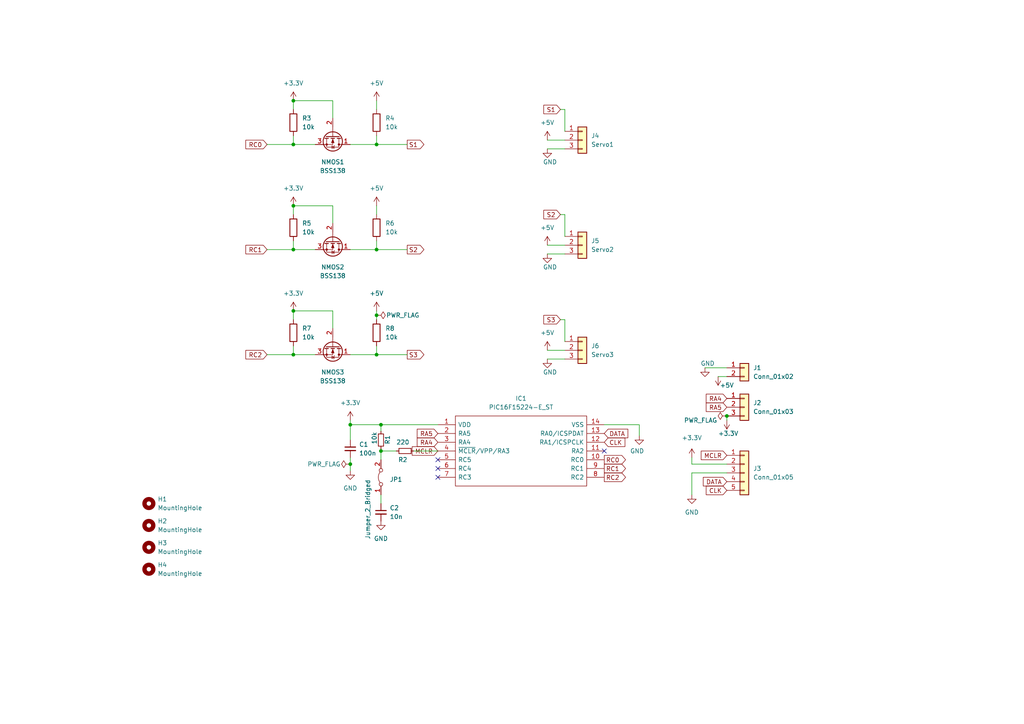
<source format=kicad_sch>
(kicad_sch (version 20211123) (generator eeschema)

  (uuid 7aac16c4-debc-471b-a79f-e408b0c5ce15)

  (paper "A4")

  (lib_symbols
    (symbol "Connector_Generic:Conn_01x02" (pin_names (offset 1.016) hide) (in_bom yes) (on_board yes)
      (property "Reference" "J" (id 0) (at 0 2.54 0)
        (effects (font (size 1.27 1.27)))
      )
      (property "Value" "Conn_01x02" (id 1) (at 0 -5.08 0)
        (effects (font (size 1.27 1.27)))
      )
      (property "Footprint" "" (id 2) (at 0 0 0)
        (effects (font (size 1.27 1.27)) hide)
      )
      (property "Datasheet" "~" (id 3) (at 0 0 0)
        (effects (font (size 1.27 1.27)) hide)
      )
      (property "ki_keywords" "connector" (id 4) (at 0 0 0)
        (effects (font (size 1.27 1.27)) hide)
      )
      (property "ki_description" "Generic connector, single row, 01x02, script generated (kicad-library-utils/schlib/autogen/connector/)" (id 5) (at 0 0 0)
        (effects (font (size 1.27 1.27)) hide)
      )
      (property "ki_fp_filters" "Connector*:*_1x??_*" (id 6) (at 0 0 0)
        (effects (font (size 1.27 1.27)) hide)
      )
      (symbol "Conn_01x02_1_1"
        (rectangle (start -1.27 -2.413) (end 0 -2.667)
          (stroke (width 0.1524) (type default) (color 0 0 0 0))
          (fill (type none))
        )
        (rectangle (start -1.27 0.127) (end 0 -0.127)
          (stroke (width 0.1524) (type default) (color 0 0 0 0))
          (fill (type none))
        )
        (rectangle (start -1.27 1.27) (end 1.27 -3.81)
          (stroke (width 0.254) (type default) (color 0 0 0 0))
          (fill (type background))
        )
        (pin passive line (at -5.08 0 0) (length 3.81)
          (name "Pin_1" (effects (font (size 1.27 1.27))))
          (number "1" (effects (font (size 1.27 1.27))))
        )
        (pin passive line (at -5.08 -2.54 0) (length 3.81)
          (name "Pin_2" (effects (font (size 1.27 1.27))))
          (number "2" (effects (font (size 1.27 1.27))))
        )
      )
    )
    (symbol "Connector_Generic:Conn_01x03" (pin_names (offset 1.016) hide) (in_bom yes) (on_board yes)
      (property "Reference" "J" (id 0) (at 0 5.08 0)
        (effects (font (size 1.27 1.27)))
      )
      (property "Value" "Conn_01x03" (id 1) (at 0 -5.08 0)
        (effects (font (size 1.27 1.27)))
      )
      (property "Footprint" "" (id 2) (at 0 0 0)
        (effects (font (size 1.27 1.27)) hide)
      )
      (property "Datasheet" "~" (id 3) (at 0 0 0)
        (effects (font (size 1.27 1.27)) hide)
      )
      (property "ki_keywords" "connector" (id 4) (at 0 0 0)
        (effects (font (size 1.27 1.27)) hide)
      )
      (property "ki_description" "Generic connector, single row, 01x03, script generated (kicad-library-utils/schlib/autogen/connector/)" (id 5) (at 0 0 0)
        (effects (font (size 1.27 1.27)) hide)
      )
      (property "ki_fp_filters" "Connector*:*_1x??_*" (id 6) (at 0 0 0)
        (effects (font (size 1.27 1.27)) hide)
      )
      (symbol "Conn_01x03_1_1"
        (rectangle (start -1.27 -2.413) (end 0 -2.667)
          (stroke (width 0.1524) (type default) (color 0 0 0 0))
          (fill (type none))
        )
        (rectangle (start -1.27 0.127) (end 0 -0.127)
          (stroke (width 0.1524) (type default) (color 0 0 0 0))
          (fill (type none))
        )
        (rectangle (start -1.27 2.667) (end 0 2.413)
          (stroke (width 0.1524) (type default) (color 0 0 0 0))
          (fill (type none))
        )
        (rectangle (start -1.27 3.81) (end 1.27 -3.81)
          (stroke (width 0.254) (type default) (color 0 0 0 0))
          (fill (type background))
        )
        (pin passive line (at -5.08 2.54 0) (length 3.81)
          (name "Pin_1" (effects (font (size 1.27 1.27))))
          (number "1" (effects (font (size 1.27 1.27))))
        )
        (pin passive line (at -5.08 0 0) (length 3.81)
          (name "Pin_2" (effects (font (size 1.27 1.27))))
          (number "2" (effects (font (size 1.27 1.27))))
        )
        (pin passive line (at -5.08 -2.54 0) (length 3.81)
          (name "Pin_3" (effects (font (size 1.27 1.27))))
          (number "3" (effects (font (size 1.27 1.27))))
        )
      )
    )
    (symbol "Connector_Generic:Conn_01x05" (pin_names (offset 1.016) hide) (in_bom yes) (on_board yes)
      (property "Reference" "J" (id 0) (at 0 7.62 0)
        (effects (font (size 1.27 1.27)))
      )
      (property "Value" "Conn_01x05" (id 1) (at 0 -7.62 0)
        (effects (font (size 1.27 1.27)))
      )
      (property "Footprint" "" (id 2) (at 0 0 0)
        (effects (font (size 1.27 1.27)) hide)
      )
      (property "Datasheet" "~" (id 3) (at 0 0 0)
        (effects (font (size 1.27 1.27)) hide)
      )
      (property "ki_keywords" "connector" (id 4) (at 0 0 0)
        (effects (font (size 1.27 1.27)) hide)
      )
      (property "ki_description" "Generic connector, single row, 01x05, script generated (kicad-library-utils/schlib/autogen/connector/)" (id 5) (at 0 0 0)
        (effects (font (size 1.27 1.27)) hide)
      )
      (property "ki_fp_filters" "Connector*:*_1x??_*" (id 6) (at 0 0 0)
        (effects (font (size 1.27 1.27)) hide)
      )
      (symbol "Conn_01x05_1_1"
        (rectangle (start -1.27 -4.953) (end 0 -5.207)
          (stroke (width 0.1524) (type default) (color 0 0 0 0))
          (fill (type none))
        )
        (rectangle (start -1.27 -2.413) (end 0 -2.667)
          (stroke (width 0.1524) (type default) (color 0 0 0 0))
          (fill (type none))
        )
        (rectangle (start -1.27 0.127) (end 0 -0.127)
          (stroke (width 0.1524) (type default) (color 0 0 0 0))
          (fill (type none))
        )
        (rectangle (start -1.27 2.667) (end 0 2.413)
          (stroke (width 0.1524) (type default) (color 0 0 0 0))
          (fill (type none))
        )
        (rectangle (start -1.27 5.207) (end 0 4.953)
          (stroke (width 0.1524) (type default) (color 0 0 0 0))
          (fill (type none))
        )
        (rectangle (start -1.27 6.35) (end 1.27 -6.35)
          (stroke (width 0.254) (type default) (color 0 0 0 0))
          (fill (type background))
        )
        (pin passive line (at -5.08 5.08 0) (length 3.81)
          (name "Pin_1" (effects (font (size 1.27 1.27))))
          (number "1" (effects (font (size 1.27 1.27))))
        )
        (pin passive line (at -5.08 2.54 0) (length 3.81)
          (name "Pin_2" (effects (font (size 1.27 1.27))))
          (number "2" (effects (font (size 1.27 1.27))))
        )
        (pin passive line (at -5.08 0 0) (length 3.81)
          (name "Pin_3" (effects (font (size 1.27 1.27))))
          (number "3" (effects (font (size 1.27 1.27))))
        )
        (pin passive line (at -5.08 -2.54 0) (length 3.81)
          (name "Pin_4" (effects (font (size 1.27 1.27))))
          (number "4" (effects (font (size 1.27 1.27))))
        )
        (pin passive line (at -5.08 -5.08 0) (length 3.81)
          (name "Pin_5" (effects (font (size 1.27 1.27))))
          (number "5" (effects (font (size 1.27 1.27))))
        )
      )
    )
    (symbol "Device:C_Small" (pin_numbers hide) (pin_names (offset 0.254) hide) (in_bom yes) (on_board yes)
      (property "Reference" "C" (id 0) (at 0.254 1.778 0)
        (effects (font (size 1.27 1.27)) (justify left))
      )
      (property "Value" "C_Small" (id 1) (at 0.254 -2.032 0)
        (effects (font (size 1.27 1.27)) (justify left))
      )
      (property "Footprint" "" (id 2) (at 0 0 0)
        (effects (font (size 1.27 1.27)) hide)
      )
      (property "Datasheet" "~" (id 3) (at 0 0 0)
        (effects (font (size 1.27 1.27)) hide)
      )
      (property "ki_keywords" "capacitor cap" (id 4) (at 0 0 0)
        (effects (font (size 1.27 1.27)) hide)
      )
      (property "ki_description" "Unpolarized capacitor, small symbol" (id 5) (at 0 0 0)
        (effects (font (size 1.27 1.27)) hide)
      )
      (property "ki_fp_filters" "C_*" (id 6) (at 0 0 0)
        (effects (font (size 1.27 1.27)) hide)
      )
      (symbol "C_Small_0_1"
        (polyline
          (pts
            (xy -1.524 -0.508)
            (xy 1.524 -0.508)
          )
          (stroke (width 0.3302) (type default) (color 0 0 0 0))
          (fill (type none))
        )
        (polyline
          (pts
            (xy -1.524 0.508)
            (xy 1.524 0.508)
          )
          (stroke (width 0.3048) (type default) (color 0 0 0 0))
          (fill (type none))
        )
      )
      (symbol "C_Small_1_1"
        (pin passive line (at 0 2.54 270) (length 2.032)
          (name "~" (effects (font (size 1.27 1.27))))
          (number "1" (effects (font (size 1.27 1.27))))
        )
        (pin passive line (at 0 -2.54 90) (length 2.032)
          (name "~" (effects (font (size 1.27 1.27))))
          (number "2" (effects (font (size 1.27 1.27))))
        )
      )
    )
    (symbol "Device:Q_NMOS_DGS" (pin_names (offset 0) hide) (in_bom yes) (on_board yes)
      (property "Reference" "Q" (id 0) (at 5.08 1.27 0)
        (effects (font (size 1.27 1.27)) (justify left))
      )
      (property "Value" "Q_NMOS_DGS" (id 1) (at 5.08 -1.27 0)
        (effects (font (size 1.27 1.27)) (justify left))
      )
      (property "Footprint" "" (id 2) (at 5.08 2.54 0)
        (effects (font (size 1.27 1.27)) hide)
      )
      (property "Datasheet" "~" (id 3) (at 0 0 0)
        (effects (font (size 1.27 1.27)) hide)
      )
      (property "ki_keywords" "transistor NMOS N-MOS N-MOSFET" (id 4) (at 0 0 0)
        (effects (font (size 1.27 1.27)) hide)
      )
      (property "ki_description" "N-MOSFET transistor, drain/gate/source" (id 5) (at 0 0 0)
        (effects (font (size 1.27 1.27)) hide)
      )
      (symbol "Q_NMOS_DGS_0_1"
        (polyline
          (pts
            (xy 0.254 0)
            (xy -2.54 0)
          )
          (stroke (width 0) (type default) (color 0 0 0 0))
          (fill (type none))
        )
        (polyline
          (pts
            (xy 0.254 1.905)
            (xy 0.254 -1.905)
          )
          (stroke (width 0.254) (type default) (color 0 0 0 0))
          (fill (type none))
        )
        (polyline
          (pts
            (xy 0.762 -1.27)
            (xy 0.762 -2.286)
          )
          (stroke (width 0.254) (type default) (color 0 0 0 0))
          (fill (type none))
        )
        (polyline
          (pts
            (xy 0.762 0.508)
            (xy 0.762 -0.508)
          )
          (stroke (width 0.254) (type default) (color 0 0 0 0))
          (fill (type none))
        )
        (polyline
          (pts
            (xy 0.762 2.286)
            (xy 0.762 1.27)
          )
          (stroke (width 0.254) (type default) (color 0 0 0 0))
          (fill (type none))
        )
        (polyline
          (pts
            (xy 2.54 2.54)
            (xy 2.54 1.778)
          )
          (stroke (width 0) (type default) (color 0 0 0 0))
          (fill (type none))
        )
        (polyline
          (pts
            (xy 2.54 -2.54)
            (xy 2.54 0)
            (xy 0.762 0)
          )
          (stroke (width 0) (type default) (color 0 0 0 0))
          (fill (type none))
        )
        (polyline
          (pts
            (xy 0.762 -1.778)
            (xy 3.302 -1.778)
            (xy 3.302 1.778)
            (xy 0.762 1.778)
          )
          (stroke (width 0) (type default) (color 0 0 0 0))
          (fill (type none))
        )
        (polyline
          (pts
            (xy 1.016 0)
            (xy 2.032 0.381)
            (xy 2.032 -0.381)
            (xy 1.016 0)
          )
          (stroke (width 0) (type default) (color 0 0 0 0))
          (fill (type outline))
        )
        (polyline
          (pts
            (xy 2.794 0.508)
            (xy 2.921 0.381)
            (xy 3.683 0.381)
            (xy 3.81 0.254)
          )
          (stroke (width 0) (type default) (color 0 0 0 0))
          (fill (type none))
        )
        (polyline
          (pts
            (xy 3.302 0.381)
            (xy 2.921 -0.254)
            (xy 3.683 -0.254)
            (xy 3.302 0.381)
          )
          (stroke (width 0) (type default) (color 0 0 0 0))
          (fill (type none))
        )
        (circle (center 1.651 0) (radius 2.794)
          (stroke (width 0.254) (type default) (color 0 0 0 0))
          (fill (type none))
        )
        (circle (center 2.54 -1.778) (radius 0.254)
          (stroke (width 0) (type default) (color 0 0 0 0))
          (fill (type outline))
        )
        (circle (center 2.54 1.778) (radius 0.254)
          (stroke (width 0) (type default) (color 0 0 0 0))
          (fill (type outline))
        )
      )
      (symbol "Q_NMOS_DGS_1_1"
        (pin passive line (at 2.54 5.08 270) (length 2.54)
          (name "D" (effects (font (size 1.27 1.27))))
          (number "1" (effects (font (size 1.27 1.27))))
        )
        (pin input line (at -5.08 0 0) (length 2.54)
          (name "G" (effects (font (size 1.27 1.27))))
          (number "2" (effects (font (size 1.27 1.27))))
        )
        (pin passive line (at 2.54 -5.08 90) (length 2.54)
          (name "S" (effects (font (size 1.27 1.27))))
          (number "3" (effects (font (size 1.27 1.27))))
        )
      )
    )
    (symbol "Device:R" (pin_numbers hide) (pin_names (offset 0)) (in_bom yes) (on_board yes)
      (property "Reference" "R" (id 0) (at 2.032 0 90)
        (effects (font (size 1.27 1.27)))
      )
      (property "Value" "R" (id 1) (at 0 0 90)
        (effects (font (size 1.27 1.27)))
      )
      (property "Footprint" "" (id 2) (at -1.778 0 90)
        (effects (font (size 1.27 1.27)) hide)
      )
      (property "Datasheet" "~" (id 3) (at 0 0 0)
        (effects (font (size 1.27 1.27)) hide)
      )
      (property "ki_keywords" "R res resistor" (id 4) (at 0 0 0)
        (effects (font (size 1.27 1.27)) hide)
      )
      (property "ki_description" "Resistor" (id 5) (at 0 0 0)
        (effects (font (size 1.27 1.27)) hide)
      )
      (property "ki_fp_filters" "R_*" (id 6) (at 0 0 0)
        (effects (font (size 1.27 1.27)) hide)
      )
      (symbol "R_0_1"
        (rectangle (start -1.016 -2.54) (end 1.016 2.54)
          (stroke (width 0.254) (type default) (color 0 0 0 0))
          (fill (type none))
        )
      )
      (symbol "R_1_1"
        (pin passive line (at 0 3.81 270) (length 1.27)
          (name "~" (effects (font (size 1.27 1.27))))
          (number "1" (effects (font (size 1.27 1.27))))
        )
        (pin passive line (at 0 -3.81 90) (length 1.27)
          (name "~" (effects (font (size 1.27 1.27))))
          (number "2" (effects (font (size 1.27 1.27))))
        )
      )
    )
    (symbol "Device:R_Small" (pin_numbers hide) (pin_names (offset 0.254) hide) (in_bom yes) (on_board yes)
      (property "Reference" "R" (id 0) (at 0.762 0.508 0)
        (effects (font (size 1.27 1.27)) (justify left))
      )
      (property "Value" "R_Small" (id 1) (at 0.762 -1.016 0)
        (effects (font (size 1.27 1.27)) (justify left))
      )
      (property "Footprint" "" (id 2) (at 0 0 0)
        (effects (font (size 1.27 1.27)) hide)
      )
      (property "Datasheet" "~" (id 3) (at 0 0 0)
        (effects (font (size 1.27 1.27)) hide)
      )
      (property "ki_keywords" "R resistor" (id 4) (at 0 0 0)
        (effects (font (size 1.27 1.27)) hide)
      )
      (property "ki_description" "Resistor, small symbol" (id 5) (at 0 0 0)
        (effects (font (size 1.27 1.27)) hide)
      )
      (property "ki_fp_filters" "R_*" (id 6) (at 0 0 0)
        (effects (font (size 1.27 1.27)) hide)
      )
      (symbol "R_Small_0_1"
        (rectangle (start -0.762 1.778) (end 0.762 -1.778)
          (stroke (width 0.2032) (type default) (color 0 0 0 0))
          (fill (type none))
        )
      )
      (symbol "R_Small_1_1"
        (pin passive line (at 0 2.54 270) (length 0.762)
          (name "~" (effects (font (size 1.27 1.27))))
          (number "1" (effects (font (size 1.27 1.27))))
        )
        (pin passive line (at 0 -2.54 90) (length 0.762)
          (name "~" (effects (font (size 1.27 1.27))))
          (number "2" (effects (font (size 1.27 1.27))))
        )
      )
    )
    (symbol "Jumper:Jumper_2_Bridged" (pin_names (offset 0) hide) (in_bom yes) (on_board yes)
      (property "Reference" "JP" (id 0) (at 0 1.905 0)
        (effects (font (size 1.27 1.27)))
      )
      (property "Value" "Jumper_2_Bridged" (id 1) (at 0 -2.54 0)
        (effects (font (size 1.27 1.27)))
      )
      (property "Footprint" "" (id 2) (at 0 0 0)
        (effects (font (size 1.27 1.27)) hide)
      )
      (property "Datasheet" "~" (id 3) (at 0 0 0)
        (effects (font (size 1.27 1.27)) hide)
      )
      (property "ki_keywords" "Jumper SPST" (id 4) (at 0 0 0)
        (effects (font (size 1.27 1.27)) hide)
      )
      (property "ki_description" "Jumper, 2-pole, closed/bridged" (id 5) (at 0 0 0)
        (effects (font (size 1.27 1.27)) hide)
      )
      (property "ki_fp_filters" "Jumper* TestPoint*2Pads* TestPoint*Bridge*" (id 6) (at 0 0 0)
        (effects (font (size 1.27 1.27)) hide)
      )
      (symbol "Jumper_2_Bridged_0_0"
        (circle (center -2.032 0) (radius 0.508)
          (stroke (width 0) (type default) (color 0 0 0 0))
          (fill (type none))
        )
        (circle (center 2.032 0) (radius 0.508)
          (stroke (width 0) (type default) (color 0 0 0 0))
          (fill (type none))
        )
      )
      (symbol "Jumper_2_Bridged_0_1"
        (arc (start 1.524 0.254) (mid 0 0.762) (end -1.524 0.254)
          (stroke (width 0) (type default) (color 0 0 0 0))
          (fill (type none))
        )
      )
      (symbol "Jumper_2_Bridged_1_1"
        (pin passive line (at -5.08 0 0) (length 2.54)
          (name "A" (effects (font (size 1.27 1.27))))
          (number "1" (effects (font (size 1.27 1.27))))
        )
        (pin passive line (at 5.08 0 180) (length 2.54)
          (name "B" (effects (font (size 1.27 1.27))))
          (number "2" (effects (font (size 1.27 1.27))))
        )
      )
    )
    (symbol "Mechanical:MountingHole" (pin_names (offset 1.016)) (in_bom yes) (on_board yes)
      (property "Reference" "H" (id 0) (at 0 5.08 0)
        (effects (font (size 1.27 1.27)))
      )
      (property "Value" "MountingHole" (id 1) (at 0 3.175 0)
        (effects (font (size 1.27 1.27)))
      )
      (property "Footprint" "" (id 2) (at 0 0 0)
        (effects (font (size 1.27 1.27)) hide)
      )
      (property "Datasheet" "~" (id 3) (at 0 0 0)
        (effects (font (size 1.27 1.27)) hide)
      )
      (property "ki_keywords" "mounting hole" (id 4) (at 0 0 0)
        (effects (font (size 1.27 1.27)) hide)
      )
      (property "ki_description" "Mounting Hole without connection" (id 5) (at 0 0 0)
        (effects (font (size 1.27 1.27)) hide)
      )
      (property "ki_fp_filters" "MountingHole*" (id 6) (at 0 0 0)
        (effects (font (size 1.27 1.27)) hide)
      )
      (symbol "MountingHole_0_1"
        (circle (center 0 0) (radius 1.27)
          (stroke (width 1.27) (type default) (color 0 0 0 0))
          (fill (type none))
        )
      )
    )
    (symbol "Symbols:PIC16F15224-E_ST" (pin_names (offset 0.762)) (in_bom yes) (on_board yes)
      (property "Reference" "IC" (id 0) (at 44.45 7.62 0)
        (effects (font (size 1.27 1.27)) (justify left))
      )
      (property "Value" "PIC16F15224-E_ST" (id 1) (at 44.45 5.08 0)
        (effects (font (size 1.27 1.27)) (justify left))
      )
      (property "Footprint" "Footprints:SOP65P640X120-14N" (id 2) (at 44.45 2.54 0)
        (effects (font (size 1.27 1.27)) (justify left) hide)
      )
      (property "Datasheet" "https://ww1.microchip.com/downloads/en/DeviceDoc/PIC16F15213-14-23-24-43-44-Data-Sheet-DS40002195B.pdf" (id 3) (at 44.45 0 0)
        (effects (font (size 1.27 1.27)) (justify left) hide)
      )
      (property "Description" "8-bit Microcontrollers - MCU 7KB Flash, 512B RAM, 10b ADC, 2x PWM, 2x CCP, HLT, WDT, PPS, EUSART, SPI/I2C, XLP SLEEP Mode" (id 4) (at 44.45 -2.54 0)
        (effects (font (size 1.27 1.27)) (justify left) hide)
      )
      (property "Height" "1.2" (id 5) (at 44.45 -5.08 0)
        (effects (font (size 1.27 1.27)) (justify left) hide)
      )
      (property "Mouser Part Number" "579-PIC16F15224-E/ST" (id 6) (at 44.45 -7.62 0)
        (effects (font (size 1.27 1.27)) (justify left) hide)
      )
      (property "Mouser Price/Stock" "https://www.mouser.co.uk/ProductDetail/Microchip-Technology/PIC16F15224-E-ST?qs=xZ%2FP%252Ba9zWqaFu9TE71IOhA%3D%3D" (id 7) (at 44.45 -10.16 0)
        (effects (font (size 1.27 1.27)) (justify left) hide)
      )
      (property "Manufacturer_Name" "Microchip" (id 8) (at 44.45 -12.7 0)
        (effects (font (size 1.27 1.27)) (justify left) hide)
      )
      (property "Manufacturer_Part_Number" "PIC16F15224-E/ST" (id 9) (at 44.45 -15.24 0)
        (effects (font (size 1.27 1.27)) (justify left) hide)
      )
      (property "ki_description" "8-bit Microcontrollers - MCU 7KB Flash, 512B RAM, 10b ADC, 2x PWM, 2x CCP, HLT, WDT, PPS, EUSART, SPI/I2C, XLP SLEEP Mode" (id 10) (at 0 0 0)
        (effects (font (size 1.27 1.27)) hide)
      )
      (symbol "PIC16F15224-E_ST_0_0"
        (pin passive line (at 0 0 0) (length 5.08)
          (name "VDD" (effects (font (size 1.27 1.27))))
          (number "1" (effects (font (size 1.27 1.27))))
        )
        (pin passive line (at 48.26 -10.16 180) (length 5.08)
          (name "RC0" (effects (font (size 1.27 1.27))))
          (number "10" (effects (font (size 1.27 1.27))))
        )
        (pin passive line (at 48.26 -7.62 180) (length 5.08)
          (name "RA2" (effects (font (size 1.27 1.27))))
          (number "11" (effects (font (size 1.27 1.27))))
        )
        (pin passive line (at 48.26 -5.08 180) (length 5.08)
          (name "RA1/ICSPCLK" (effects (font (size 1.27 1.27))))
          (number "12" (effects (font (size 1.27 1.27))))
        )
        (pin passive line (at 48.26 -2.54 180) (length 5.08)
          (name "RA0/ICSPDAT" (effects (font (size 1.27 1.27))))
          (number "13" (effects (font (size 1.27 1.27))))
        )
        (pin passive line (at 48.26 0 180) (length 5.08)
          (name "VSS" (effects (font (size 1.27 1.27))))
          (number "14" (effects (font (size 1.27 1.27))))
        )
        (pin passive line (at 0 -2.54 0) (length 5.08)
          (name "RA5" (effects (font (size 1.27 1.27))))
          (number "2" (effects (font (size 1.27 1.27))))
        )
        (pin passive line (at 0 -5.08 0) (length 5.08)
          (name "RA4" (effects (font (size 1.27 1.27))))
          (number "3" (effects (font (size 1.27 1.27))))
        )
        (pin passive line (at 0 -7.62 0) (length 5.08)
          (name "~{MCLR}/VPP/RA3" (effects (font (size 1.27 1.27))))
          (number "4" (effects (font (size 1.27 1.27))))
        )
        (pin passive line (at 0 -10.16 0) (length 5.08)
          (name "RC5" (effects (font (size 1.27 1.27))))
          (number "5" (effects (font (size 1.27 1.27))))
        )
        (pin passive line (at 0 -12.7 0) (length 5.08)
          (name "RC4" (effects (font (size 1.27 1.27))))
          (number "6" (effects (font (size 1.27 1.27))))
        )
        (pin passive line (at 0 -15.24 0) (length 5.08)
          (name "RC3" (effects (font (size 1.27 1.27))))
          (number "7" (effects (font (size 1.27 1.27))))
        )
        (pin passive line (at 48.26 -15.24 180) (length 5.08)
          (name "RC2" (effects (font (size 1.27 1.27))))
          (number "8" (effects (font (size 1.27 1.27))))
        )
        (pin passive line (at 48.26 -12.7 180) (length 5.08)
          (name "RC1" (effects (font (size 1.27 1.27))))
          (number "9" (effects (font (size 1.27 1.27))))
        )
      )
      (symbol "PIC16F15224-E_ST_0_1"
        (polyline
          (pts
            (xy 5.08 2.54)
            (xy 43.18 2.54)
            (xy 43.18 -17.78)
            (xy 5.08 -17.78)
            (xy 5.08 2.54)
          )
          (stroke (width 0.1524) (type default) (color 0 0 0 0))
          (fill (type none))
        )
      )
    )
    (symbol "power:+3.3V" (power) (pin_names (offset 0)) (in_bom yes) (on_board yes)
      (property "Reference" "#PWR" (id 0) (at 0 -3.81 0)
        (effects (font (size 1.27 1.27)) hide)
      )
      (property "Value" "+3.3V" (id 1) (at 0 3.556 0)
        (effects (font (size 1.27 1.27)))
      )
      (property "Footprint" "" (id 2) (at 0 0 0)
        (effects (font (size 1.27 1.27)) hide)
      )
      (property "Datasheet" "" (id 3) (at 0 0 0)
        (effects (font (size 1.27 1.27)) hide)
      )
      (property "ki_keywords" "power-flag" (id 4) (at 0 0 0)
        (effects (font (size 1.27 1.27)) hide)
      )
      (property "ki_description" "Power symbol creates a global label with name \"+3.3V\"" (id 5) (at 0 0 0)
        (effects (font (size 1.27 1.27)) hide)
      )
      (symbol "+3.3V_0_1"
        (polyline
          (pts
            (xy -0.762 1.27)
            (xy 0 2.54)
          )
          (stroke (width 0) (type default) (color 0 0 0 0))
          (fill (type none))
        )
        (polyline
          (pts
            (xy 0 0)
            (xy 0 2.54)
          )
          (stroke (width 0) (type default) (color 0 0 0 0))
          (fill (type none))
        )
        (polyline
          (pts
            (xy 0 2.54)
            (xy 0.762 1.27)
          )
          (stroke (width 0) (type default) (color 0 0 0 0))
          (fill (type none))
        )
      )
      (symbol "+3.3V_1_1"
        (pin power_in line (at 0 0 90) (length 0) hide
          (name "+3.3V" (effects (font (size 1.27 1.27))))
          (number "1" (effects (font (size 1.27 1.27))))
        )
      )
    )
    (symbol "power:+5V" (power) (pin_names (offset 0)) (in_bom yes) (on_board yes)
      (property "Reference" "#PWR" (id 0) (at 0 -3.81 0)
        (effects (font (size 1.27 1.27)) hide)
      )
      (property "Value" "+5V" (id 1) (at 0 3.556 0)
        (effects (font (size 1.27 1.27)))
      )
      (property "Footprint" "" (id 2) (at 0 0 0)
        (effects (font (size 1.27 1.27)) hide)
      )
      (property "Datasheet" "" (id 3) (at 0 0 0)
        (effects (font (size 1.27 1.27)) hide)
      )
      (property "ki_keywords" "power-flag" (id 4) (at 0 0 0)
        (effects (font (size 1.27 1.27)) hide)
      )
      (property "ki_description" "Power symbol creates a global label with name \"+5V\"" (id 5) (at 0 0 0)
        (effects (font (size 1.27 1.27)) hide)
      )
      (symbol "+5V_0_1"
        (polyline
          (pts
            (xy -0.762 1.27)
            (xy 0 2.54)
          )
          (stroke (width 0) (type default) (color 0 0 0 0))
          (fill (type none))
        )
        (polyline
          (pts
            (xy 0 0)
            (xy 0 2.54)
          )
          (stroke (width 0) (type default) (color 0 0 0 0))
          (fill (type none))
        )
        (polyline
          (pts
            (xy 0 2.54)
            (xy 0.762 1.27)
          )
          (stroke (width 0) (type default) (color 0 0 0 0))
          (fill (type none))
        )
      )
      (symbol "+5V_1_1"
        (pin power_in line (at 0 0 90) (length 0) hide
          (name "+5V" (effects (font (size 1.27 1.27))))
          (number "1" (effects (font (size 1.27 1.27))))
        )
      )
    )
    (symbol "power:GND" (power) (pin_names (offset 0)) (in_bom yes) (on_board yes)
      (property "Reference" "#PWR" (id 0) (at 0 -6.35 0)
        (effects (font (size 1.27 1.27)) hide)
      )
      (property "Value" "GND" (id 1) (at 0 -3.81 0)
        (effects (font (size 1.27 1.27)))
      )
      (property "Footprint" "" (id 2) (at 0 0 0)
        (effects (font (size 1.27 1.27)) hide)
      )
      (property "Datasheet" "" (id 3) (at 0 0 0)
        (effects (font (size 1.27 1.27)) hide)
      )
      (property "ki_keywords" "power-flag" (id 4) (at 0 0 0)
        (effects (font (size 1.27 1.27)) hide)
      )
      (property "ki_description" "Power symbol creates a global label with name \"GND\" , ground" (id 5) (at 0 0 0)
        (effects (font (size 1.27 1.27)) hide)
      )
      (symbol "GND_0_1"
        (polyline
          (pts
            (xy 0 0)
            (xy 0 -1.27)
            (xy 1.27 -1.27)
            (xy 0 -2.54)
            (xy -1.27 -1.27)
            (xy 0 -1.27)
          )
          (stroke (width 0) (type default) (color 0 0 0 0))
          (fill (type none))
        )
      )
      (symbol "GND_1_1"
        (pin power_in line (at 0 0 270) (length 0) hide
          (name "GND" (effects (font (size 1.27 1.27))))
          (number "1" (effects (font (size 1.27 1.27))))
        )
      )
    )
    (symbol "power:PWR_FLAG" (power) (pin_numbers hide) (pin_names (offset 0) hide) (in_bom yes) (on_board yes)
      (property "Reference" "#FLG" (id 0) (at 0 1.905 0)
        (effects (font (size 1.27 1.27)) hide)
      )
      (property "Value" "PWR_FLAG" (id 1) (at 0 3.81 0)
        (effects (font (size 1.27 1.27)))
      )
      (property "Footprint" "" (id 2) (at 0 0 0)
        (effects (font (size 1.27 1.27)) hide)
      )
      (property "Datasheet" "~" (id 3) (at 0 0 0)
        (effects (font (size 1.27 1.27)) hide)
      )
      (property "ki_keywords" "power-flag" (id 4) (at 0 0 0)
        (effects (font (size 1.27 1.27)) hide)
      )
      (property "ki_description" "Special symbol for telling ERC where power comes from" (id 5) (at 0 0 0)
        (effects (font (size 1.27 1.27)) hide)
      )
      (symbol "PWR_FLAG_0_0"
        (pin power_out line (at 0 0 90) (length 0)
          (name "pwr" (effects (font (size 1.27 1.27))))
          (number "1" (effects (font (size 1.27 1.27))))
        )
      )
      (symbol "PWR_FLAG_0_1"
        (polyline
          (pts
            (xy 0 0)
            (xy 0 1.27)
            (xy -1.016 1.905)
            (xy 0 2.54)
            (xy 1.016 1.905)
            (xy 0 1.27)
          )
          (stroke (width 0) (type default) (color 0 0 0 0))
          (fill (type none))
        )
      )
    )
  )

  (junction (at 85.09 72.39) (diameter 0) (color 0 0 0 0)
    (uuid 19214df1-b961-4df9-9646-88f27d9779a3)
  )
  (junction (at 109.22 91.44) (diameter 0) (color 0 0 0 0)
    (uuid 20dd8c0d-4f79-4601-9ba7-51d1b19845a2)
  )
  (junction (at 109.22 41.91) (diameter 0) (color 0 0 0 0)
    (uuid 2691e086-fa87-4d51-8f05-756f1bc0e497)
  )
  (junction (at 85.09 29.21) (diameter 0) (color 0 0 0 0)
    (uuid 26c974ae-0be7-407e-b214-3126e3f9102e)
  )
  (junction (at 101.6 134.62) (diameter 0) (color 0 0 0 0)
    (uuid 297d93d0-b551-4478-b44d-197e12ad0fc5)
  )
  (junction (at 85.09 41.91) (diameter 0) (color 0 0 0 0)
    (uuid 2f8c93a6-5d44-4e16-b9cc-c54857c50941)
  )
  (junction (at 210.82 120.65) (diameter 0) (color 0 0 0 0)
    (uuid 369ea1fc-a158-4411-a47f-2432279f782f)
  )
  (junction (at 109.22 102.87) (diameter 0) (color 0 0 0 0)
    (uuid 541b3fe5-0a98-4d6d-b1ac-eceba671a193)
  )
  (junction (at 85.09 59.69) (diameter 0) (color 0 0 0 0)
    (uuid 589449e4-a178-4fc9-b6d0-023b9f4bd236)
  )
  (junction (at 101.6 123.19) (diameter 0) (color 0 0 0 0)
    (uuid 64a11a06-6e71-4c0b-9f39-06adcf4d7579)
  )
  (junction (at 85.09 90.17) (diameter 0) (color 0 0 0 0)
    (uuid 6573bc4f-c5eb-4fbe-9635-10a2c90b2c07)
  )
  (junction (at 110.49 130.81) (diameter 0) (color 0 0 0 0)
    (uuid a9364448-a724-44a5-805a-5da060407b69)
  )
  (junction (at 85.09 102.87) (diameter 0) (color 0 0 0 0)
    (uuid d53f0fab-2dd3-49fe-8613-cde821e9ebd9)
  )
  (junction (at 109.22 72.39) (diameter 0) (color 0 0 0 0)
    (uuid eba77ab7-805e-434f-96e5-25935db92e31)
  )
  (junction (at 110.49 123.19) (diameter 0) (color 0 0 0 0)
    (uuid ffaebf85-689f-4cba-b946-4a3eddb4faf6)
  )

  (no_connect (at 127 135.89) (uuid 286266ee-15c5-4fbd-8ee9-7044882cdfc6))
  (no_connect (at 127 133.35) (uuid b9757eee-9047-474c-a3ee-8aee810560c1))
  (no_connect (at 175.26 130.81) (uuid e71bfa71-b818-4c31-9139-7af9ebf1b86e))
  (no_connect (at 127 138.43) (uuid fb16cfcd-e610-4ae0-b2aa-884068d16fd5))

  (wire (pts (xy 109.22 29.21) (xy 109.22 31.75))
    (stroke (width 0) (type default) (color 0 0 0 0))
    (uuid 04edd33d-cc19-4862-aa94-b499a7f32ec6)
  )
  (wire (pts (xy 158.75 101.6) (xy 163.83 101.6))
    (stroke (width 0) (type default) (color 0 0 0 0))
    (uuid 057308e7-ee1e-43a6-8a81-cabd723df736)
  )
  (wire (pts (xy 85.09 59.69) (xy 96.52 59.69))
    (stroke (width 0) (type default) (color 0 0 0 0))
    (uuid 11a75837-8be9-407b-aa6f-e6c066418c64)
  )
  (wire (pts (xy 85.09 41.91) (xy 91.44 41.91))
    (stroke (width 0) (type default) (color 0 0 0 0))
    (uuid 266ec35c-d2ac-4f3f-bfe5-dec7342d43e5)
  )
  (wire (pts (xy 163.83 31.75) (xy 162.56 31.75))
    (stroke (width 0) (type default) (color 0 0 0 0))
    (uuid 280f05e1-7135-4339-af0e-ef6a5d85c089)
  )
  (wire (pts (xy 109.22 69.85) (xy 109.22 72.39))
    (stroke (width 0) (type default) (color 0 0 0 0))
    (uuid 2ac2fa3b-0ec9-4f90-a9d5-03dfca240df9)
  )
  (wire (pts (xy 163.83 38.1) (xy 163.83 31.75))
    (stroke (width 0) (type default) (color 0 0 0 0))
    (uuid 2c2f0c92-7aeb-43b2-94b4-7e63837fc2c8)
  )
  (wire (pts (xy 185.42 123.19) (xy 175.26 123.19))
    (stroke (width 0) (type default) (color 0 0 0 0))
    (uuid 301fb9a0-0b1c-4c22-896f-e280296570fd)
  )
  (wire (pts (xy 109.22 102.87) (xy 118.11 102.87))
    (stroke (width 0) (type default) (color 0 0 0 0))
    (uuid 3160bc06-b8ec-4e60-b8e1-2d4b07af07ed)
  )
  (wire (pts (xy 163.83 62.23) (xy 162.56 62.23))
    (stroke (width 0) (type default) (color 0 0 0 0))
    (uuid 3458a9d1-2eef-40f4-be3a-b005e60d81cd)
  )
  (wire (pts (xy 208.28 109.22) (xy 210.82 109.22))
    (stroke (width 0) (type default) (color 0 0 0 0))
    (uuid 377ae1c8-9064-45fa-9bdb-275647ef1d9f)
  )
  (wire (pts (xy 101.6 134.62) (xy 101.6 132.715))
    (stroke (width 0) (type default) (color 0 0 0 0))
    (uuid 3d864685-2f72-4be1-b4d9-06c539e352f5)
  )
  (wire (pts (xy 109.22 90.17) (xy 109.22 91.44))
    (stroke (width 0) (type default) (color 0 0 0 0))
    (uuid 3ec61b53-a750-4f35-ae03-5cb5a72ea0b9)
  )
  (wire (pts (xy 110.49 123.19) (xy 127 123.19))
    (stroke (width 0) (type default) (color 0 0 0 0))
    (uuid 4334df94-7c8e-4a61-ba89-39c980cbbba0)
  )
  (wire (pts (xy 158.75 40.64) (xy 163.83 40.64))
    (stroke (width 0) (type default) (color 0 0 0 0))
    (uuid 52c91d78-3bf8-4c15-9d68-5477fddd5854)
  )
  (wire (pts (xy 158.75 73.66) (xy 163.83 73.66))
    (stroke (width 0) (type default) (color 0 0 0 0))
    (uuid 5333e95e-4ce4-44c9-8066-c33c6f0caae2)
  )
  (wire (pts (xy 109.22 39.37) (xy 109.22 41.91))
    (stroke (width 0) (type default) (color 0 0 0 0))
    (uuid 535a8213-e79b-4f62-a1a6-c6d5ee2615b4)
  )
  (wire (pts (xy 77.47 72.39) (xy 85.09 72.39))
    (stroke (width 0) (type default) (color 0 0 0 0))
    (uuid 55b0d018-3e45-487c-bac5-fd0de2a9ba2e)
  )
  (wire (pts (xy 101.6 123.19) (xy 110.49 123.19))
    (stroke (width 0) (type default) (color 0 0 0 0))
    (uuid 5acd39ac-b87f-47d4-bd8b-95071343b730)
  )
  (wire (pts (xy 200.66 132.715) (xy 200.66 134.62))
    (stroke (width 0) (type default) (color 0 0 0 0))
    (uuid 5f9b7d32-742a-406b-87f2-c619a9c3b813)
  )
  (wire (pts (xy 101.6 41.91) (xy 109.22 41.91))
    (stroke (width 0) (type default) (color 0 0 0 0))
    (uuid 621103da-6df1-47a4-b3e8-b02d67a24195)
  )
  (wire (pts (xy 85.09 31.75) (xy 85.09 29.21))
    (stroke (width 0) (type default) (color 0 0 0 0))
    (uuid 6b32f6c6-ae1c-4663-9194-082592bbeca9)
  )
  (wire (pts (xy 101.6 123.19) (xy 101.6 127.635))
    (stroke (width 0) (type default) (color 0 0 0 0))
    (uuid 6c70b1ba-a805-45b4-af1d-fe1033ccb56d)
  )
  (wire (pts (xy 77.47 41.91) (xy 85.09 41.91))
    (stroke (width 0) (type default) (color 0 0 0 0))
    (uuid 6d8c863e-a26a-406b-b90b-981c28db86e2)
  )
  (wire (pts (xy 101.6 121.92) (xy 101.6 123.19))
    (stroke (width 0) (type default) (color 0 0 0 0))
    (uuid 77c673dc-0986-45da-8905-59c25a944723)
  )
  (wire (pts (xy 185.42 126.365) (xy 185.42 123.19))
    (stroke (width 0) (type default) (color 0 0 0 0))
    (uuid 7b2dd538-c1b8-485a-986d-5ffe6e8fd76d)
  )
  (wire (pts (xy 109.22 41.91) (xy 118.11 41.91))
    (stroke (width 0) (type default) (color 0 0 0 0))
    (uuid 81793ba6-44f3-4e35-ad48-9543eef98ca5)
  )
  (wire (pts (xy 109.22 100.33) (xy 109.22 102.87))
    (stroke (width 0) (type default) (color 0 0 0 0))
    (uuid 83ac1df2-5b3e-48c5-8977-33eed85ead49)
  )
  (wire (pts (xy 101.6 102.87) (xy 109.22 102.87))
    (stroke (width 0) (type default) (color 0 0 0 0))
    (uuid 85b1f7c1-f793-4278-9653-e89aaf9dba4b)
  )
  (wire (pts (xy 204.47 106.68) (xy 210.82 106.68))
    (stroke (width 0) (type default) (color 0 0 0 0))
    (uuid 872831e2-8860-4ef5-b32e-3131147dc26e)
  )
  (wire (pts (xy 85.09 92.71) (xy 85.09 90.17))
    (stroke (width 0) (type default) (color 0 0 0 0))
    (uuid 8c8b712c-b977-47ae-a656-e56c7a56e8e9)
  )
  (wire (pts (xy 114.935 130.81) (xy 110.49 130.81))
    (stroke (width 0) (type default) (color 0 0 0 0))
    (uuid 90965908-5536-4a3c-85b4-5b15be6ea050)
  )
  (wire (pts (xy 200.66 137.16) (xy 200.66 143.51))
    (stroke (width 0) (type default) (color 0 0 0 0))
    (uuid 969fb9e1-144c-43a7-93e1-9130da5a2163)
  )
  (wire (pts (xy 101.6 72.39) (xy 109.22 72.39))
    (stroke (width 0) (type default) (color 0 0 0 0))
    (uuid 9bd2d14e-0ccd-4bcf-91fb-a0be1952e36f)
  )
  (wire (pts (xy 110.49 133.35) (xy 110.49 130.81))
    (stroke (width 0) (type default) (color 0 0 0 0))
    (uuid 9c01a08f-066b-47ee-819f-7f7b97130d46)
  )
  (wire (pts (xy 96.52 59.69) (xy 96.52 64.77))
    (stroke (width 0) (type default) (color 0 0 0 0))
    (uuid a1637e13-2e65-4eb2-9a1d-65a6e1575ce7)
  )
  (wire (pts (xy 85.09 69.85) (xy 85.09 72.39))
    (stroke (width 0) (type default) (color 0 0 0 0))
    (uuid a1a4086a-c732-4bc0-b2ad-ceeb3611fa2a)
  )
  (wire (pts (xy 85.09 90.17) (xy 96.52 90.17))
    (stroke (width 0) (type default) (color 0 0 0 0))
    (uuid a642b83f-3f9d-4d3f-a7ec-93652c33b32b)
  )
  (wire (pts (xy 158.75 71.12) (xy 163.83 71.12))
    (stroke (width 0) (type default) (color 0 0 0 0))
    (uuid a724dc64-1e7d-4ec6-8655-4d71583028a0)
  )
  (wire (pts (xy 85.09 62.23) (xy 85.09 59.69))
    (stroke (width 0) (type default) (color 0 0 0 0))
    (uuid a8cbfd02-8746-417b-9aa1-01af5d0e8f41)
  )
  (wire (pts (xy 110.49 146.05) (xy 110.49 143.51))
    (stroke (width 0) (type default) (color 0 0 0 0))
    (uuid ab700af0-b2fc-4005-8ccb-3f45e7ed0cb3)
  )
  (wire (pts (xy 200.66 134.62) (xy 210.82 134.62))
    (stroke (width 0) (type default) (color 0 0 0 0))
    (uuid af1accbd-6a82-4ef1-a13b-18e4f91088af)
  )
  (wire (pts (xy 109.22 59.69) (xy 109.22 62.23))
    (stroke (width 0) (type default) (color 0 0 0 0))
    (uuid af23f6e5-10f8-4885-bbec-b55cb5e6d601)
  )
  (wire (pts (xy 109.22 72.39) (xy 118.11 72.39))
    (stroke (width 0) (type default) (color 0 0 0 0))
    (uuid b02af776-4d93-4d95-a8b4-14fe0cde49bb)
  )
  (wire (pts (xy 163.83 92.71) (xy 162.56 92.71))
    (stroke (width 0) (type default) (color 0 0 0 0))
    (uuid b1b29959-b5ad-47fa-af67-5d237c6c5b6f)
  )
  (wire (pts (xy 85.09 72.39) (xy 91.44 72.39))
    (stroke (width 0) (type default) (color 0 0 0 0))
    (uuid b93c2158-9d64-47b4-8cee-cbf9fd32bb9b)
  )
  (wire (pts (xy 77.47 102.87) (xy 85.09 102.87))
    (stroke (width 0) (type default) (color 0 0 0 0))
    (uuid bb26cd3d-f7de-493d-ad9f-0b430355dc26)
  )
  (wire (pts (xy 127 130.81) (xy 120.015 130.81))
    (stroke (width 0) (type default) (color 0 0 0 0))
    (uuid c22dae5c-8daf-454c-9c1e-6f4df0dda2fe)
  )
  (wire (pts (xy 85.09 29.21) (xy 96.52 29.21))
    (stroke (width 0) (type default) (color 0 0 0 0))
    (uuid c23a4ba4-eafa-47f2-9fc0-09f8f77ed50b)
  )
  (wire (pts (xy 96.52 29.21) (xy 96.52 34.29))
    (stroke (width 0) (type default) (color 0 0 0 0))
    (uuid c474182f-ec77-4fd2-bdfd-4635bd2a823c)
  )
  (wire (pts (xy 109.22 91.44) (xy 109.22 92.71))
    (stroke (width 0) (type default) (color 0 0 0 0))
    (uuid c5d560ab-314c-4440-93e5-d1e51fb7bb24)
  )
  (wire (pts (xy 101.6 136.525) (xy 101.6 134.62))
    (stroke (width 0) (type default) (color 0 0 0 0))
    (uuid c63d42f0-cc49-4c5f-b348-5b8d9c3959a7)
  )
  (wire (pts (xy 85.09 102.87) (xy 91.44 102.87))
    (stroke (width 0) (type default) (color 0 0 0 0))
    (uuid c9f410bc-9efd-4fa1-ac3d-ddbbc7706566)
  )
  (wire (pts (xy 110.49 123.19) (xy 110.49 125.095))
    (stroke (width 0) (type default) (color 0 0 0 0))
    (uuid cd241f8a-98f2-485b-bf36-64a289815e0d)
  )
  (wire (pts (xy 158.75 104.14) (xy 163.83 104.14))
    (stroke (width 0) (type default) (color 0 0 0 0))
    (uuid d7d7a98e-953d-47a7-9c6a-03fc9cde40ae)
  )
  (wire (pts (xy 110.49 130.81) (xy 110.49 130.175))
    (stroke (width 0) (type default) (color 0 0 0 0))
    (uuid d9826be9-1cf1-4df3-b04a-ab5249689ef1)
  )
  (wire (pts (xy 85.09 100.33) (xy 85.09 102.87))
    (stroke (width 0) (type default) (color 0 0 0 0))
    (uuid dc54de9e-a9dd-46c1-a8ac-bebc3ab44553)
  )
  (wire (pts (xy 210.82 137.16) (xy 200.66 137.16))
    (stroke (width 0) (type default) (color 0 0 0 0))
    (uuid e06f8691-ea56-4857-95d5-ea588382ac2b)
  )
  (wire (pts (xy 85.09 39.37) (xy 85.09 41.91))
    (stroke (width 0) (type default) (color 0 0 0 0))
    (uuid e0acafc3-6ca3-4011-a190-09ad00261875)
  )
  (wire (pts (xy 163.83 99.06) (xy 163.83 92.71))
    (stroke (width 0) (type default) (color 0 0 0 0))
    (uuid e2b2be70-7585-40b5-8229-fd42e2462871)
  )
  (wire (pts (xy 158.75 43.18) (xy 163.83 43.18))
    (stroke (width 0) (type default) (color 0 0 0 0))
    (uuid e47441d4-55a1-4cd4-97d1-9da7d1785653)
  )
  (wire (pts (xy 163.83 68.58) (xy 163.83 62.23))
    (stroke (width 0) (type default) (color 0 0 0 0))
    (uuid ec56a78d-5d16-42ec-b66d-75927c818cc7)
  )
  (wire (pts (xy 96.52 90.17) (xy 96.52 95.25))
    (stroke (width 0) (type default) (color 0 0 0 0))
    (uuid f99c351f-1585-4b54-b8d2-8faa1b2bd045)
  )
  (wire (pts (xy 210.82 121.92) (xy 210.82 120.65))
    (stroke (width 0) (type default) (color 0 0 0 0))
    (uuid fd172709-71d5-4c80-a1c5-ac19f0439b67)
  )

  (global_label "RC0" (shape output) (at 175.26 133.35 0) (fields_autoplaced)
    (effects (font (size 1.27 1.27)) (justify left))
    (uuid 041899d2-f7ee-4b00-86c9-fa63a4c82b90)
    (property "Intersheet References" "${INTERSHEET_REFS}" (id 0) (at 181.4226 133.2706 0)
      (effects (font (size 1.27 1.27)) (justify left) hide)
    )
  )
  (global_label "S2" (shape output) (at 118.11 72.39 0) (fields_autoplaced)
    (effects (font (size 1.27 1.27)) (justify left))
    (uuid 10abb35d-a009-4830-a244-70194d880c5c)
    (property "Intersheet References" "${INTERSHEET_REFS}" (id 0) (at 122.9421 72.3106 0)
      (effects (font (size 1.27 1.27)) (justify left) hide)
    )
  )
  (global_label "S1" (shape input) (at 162.56 31.75 180) (fields_autoplaced)
    (effects (font (size 1.27 1.27)) (justify right))
    (uuid 259febb7-0b88-4e68-aa35-9fbd53eba313)
    (property "Intersheet References" "${INTERSHEET_REFS}" (id 0) (at 157.7279 31.6706 0)
      (effects (font (size 1.27 1.27)) (justify right) hide)
    )
  )
  (global_label "RC1" (shape output) (at 175.26 135.89 0) (fields_autoplaced)
    (effects (font (size 1.27 1.27)) (justify left))
    (uuid 2c947bcb-9359-46c3-8f3f-2a23ce0f22eb)
    (property "Intersheet References" "${INTERSHEET_REFS}" (id 0) (at 181.4226 135.8106 0)
      (effects (font (size 1.27 1.27)) (justify left) hide)
    )
  )
  (global_label "S3" (shape output) (at 118.11 102.87 0) (fields_autoplaced)
    (effects (font (size 1.27 1.27)) (justify left))
    (uuid 420dcf80-029f-4c8f-86be-99407d142915)
    (property "Intersheet References" "${INTERSHEET_REFS}" (id 0) (at 122.9421 102.7906 0)
      (effects (font (size 1.27 1.27)) (justify left) hide)
    )
  )
  (global_label "RC2" (shape input) (at 77.47 102.87 180) (fields_autoplaced)
    (effects (font (size 1.27 1.27)) (justify right))
    (uuid 5627019a-6837-401a-a398-3d4b75217d12)
    (property "Intersheet References" "${INTERSHEET_REFS}" (id 0) (at 71.3074 102.7906 0)
      (effects (font (size 1.27 1.27)) (justify right) hide)
    )
  )
  (global_label "CLK" (shape input) (at 175.26 128.27 0) (fields_autoplaced)
    (effects (font (size 1.27 1.27)) (justify left))
    (uuid 6244eb0c-b673-405e-9063-ec73c6b30586)
    (property "Intersheet References" "${INTERSHEET_REFS}" (id 0) (at 181.2412 128.1906 0)
      (effects (font (size 1.27 1.27)) (justify left) hide)
    )
  )
  (global_label "RA4" (shape input) (at 127 128.27 180) (fields_autoplaced)
    (effects (font (size 1.27 1.27)) (justify right))
    (uuid 66ed5433-64f3-4efe-b33d-12161bfffd71)
    (property "Intersheet References" "${INTERSHEET_REFS}" (id 0) (at 121.0188 128.1906 0)
      (effects (font (size 1.27 1.27)) (justify right) hide)
    )
  )
  (global_label "RA5" (shape input) (at 127 125.73 180) (fields_autoplaced)
    (effects (font (size 1.27 1.27)) (justify right))
    (uuid 7361827b-8ade-4b44-87c6-4d360abfec73)
    (property "Intersheet References" "${INTERSHEET_REFS}" (id 0) (at 121.0188 125.6506 0)
      (effects (font (size 1.27 1.27)) (justify right) hide)
    )
  )
  (global_label "RA4" (shape input) (at 210.82 115.57 180) (fields_autoplaced)
    (effects (font (size 1.27 1.27)) (justify right))
    (uuid 781d166c-e962-42cc-b3b5-ddded9bacb9c)
    (property "Intersheet References" "${INTERSHEET_REFS}" (id 0) (at 204.8388 115.4906 0)
      (effects (font (size 1.27 1.27)) (justify right) hide)
    )
  )
  (global_label "CLK" (shape input) (at 210.82 142.24 180) (fields_autoplaced)
    (effects (font (size 1.27 1.27)) (justify right))
    (uuid 86d24b88-9057-4247-993d-7118982db89c)
    (property "Intersheet References" "${INTERSHEET_REFS}" (id 0) (at 204.8388 142.1606 0)
      (effects (font (size 1.27 1.27)) (justify right) hide)
    )
  )
  (global_label "S3" (shape input) (at 162.56 92.71 180) (fields_autoplaced)
    (effects (font (size 1.27 1.27)) (justify right))
    (uuid 88dddd46-1273-4df3-b628-e88f8a4f1989)
    (property "Intersheet References" "${INTERSHEET_REFS}" (id 0) (at 157.7279 92.6306 0)
      (effects (font (size 1.27 1.27)) (justify right) hide)
    )
  )
  (global_label "S1" (shape output) (at 118.11 41.91 0) (fields_autoplaced)
    (effects (font (size 1.27 1.27)) (justify left))
    (uuid 91dca650-ddca-4a45-a0f3-215454befbe2)
    (property "Intersheet References" "${INTERSHEET_REFS}" (id 0) (at 122.9421 41.8306 0)
      (effects (font (size 1.27 1.27)) (justify left) hide)
    )
  )
  (global_label "RC0" (shape input) (at 77.47 41.91 180) (fields_autoplaced)
    (effects (font (size 1.27 1.27)) (justify right))
    (uuid 9b38dc4a-51f9-4ac5-8644-4c321e6f7421)
    (property "Intersheet References" "${INTERSHEET_REFS}" (id 0) (at 71.3074 41.9894 0)
      (effects (font (size 1.27 1.27)) (justify right) hide)
    )
  )
  (global_label "RC1" (shape input) (at 77.47 72.39 180) (fields_autoplaced)
    (effects (font (size 1.27 1.27)) (justify right))
    (uuid 9ff5f304-4aab-4c25-8795-32504199f72b)
    (property "Intersheet References" "${INTERSHEET_REFS}" (id 0) (at 71.3074 72.3106 0)
      (effects (font (size 1.27 1.27)) (justify right) hide)
    )
  )
  (global_label "DATA" (shape input) (at 210.82 139.7 180) (fields_autoplaced)
    (effects (font (size 1.27 1.27)) (justify right))
    (uuid b2662765-eb71-4751-9238-ff49199ed15a)
    (property "Intersheet References" "${INTERSHEET_REFS}" (id 0) (at 203.9921 139.6206 0)
      (effects (font (size 1.27 1.27)) (justify right) hide)
    )
  )
  (global_label "RA5" (shape input) (at 210.82 118.11 180) (fields_autoplaced)
    (effects (font (size 1.27 1.27)) (justify right))
    (uuid c5435019-bc72-4a2d-8074-3e72afe617c0)
    (property "Intersheet References" "${INTERSHEET_REFS}" (id 0) (at 204.8388 118.0306 0)
      (effects (font (size 1.27 1.27)) (justify right) hide)
    )
  )
  (global_label "RC2" (shape output) (at 175.26 138.43 0) (fields_autoplaced)
    (effects (font (size 1.27 1.27)) (justify left))
    (uuid e3ab8304-6eaa-42fe-9c09-ae022d829fdc)
    (property "Intersheet References" "${INTERSHEET_REFS}" (id 0) (at 181.4226 138.3506 0)
      (effects (font (size 1.27 1.27)) (justify left) hide)
    )
  )
  (global_label "MCLR" (shape input) (at 210.82 132.08 180) (fields_autoplaced)
    (effects (font (size 1.27 1.27)) (justify right))
    (uuid e81f45d1-baa6-4f74-8d2f-9b402d1112fc)
    (property "Intersheet References" "${INTERSHEET_REFS}" (id 0) (at 203.3874 132.0006 0)
      (effects (font (size 1.27 1.27)) (justify right) hide)
    )
  )
  (global_label "DATA" (shape input) (at 175.26 125.73 0) (fields_autoplaced)
    (effects (font (size 1.27 1.27)) (justify left))
    (uuid ed900127-fd89-4633-b9d9-e9643fa69074)
    (property "Intersheet References" "${INTERSHEET_REFS}" (id 0) (at 182.0879 125.6506 0)
      (effects (font (size 1.27 1.27)) (justify left) hide)
    )
  )
  (global_label "MCLR" (shape input) (at 127 130.81 180) (fields_autoplaced)
    (effects (font (size 1.27 1.27)) (justify right))
    (uuid f3559b2f-f7c6-4134-8f01-6aeaf12c9562)
    (property "Intersheet References" "${INTERSHEET_REFS}" (id 0) (at 119.5674 130.7306 0)
      (effects (font (size 1.27 1.27)) (justify right) hide)
    )
  )
  (global_label "S2" (shape input) (at 162.56 62.23 180) (fields_autoplaced)
    (effects (font (size 1.27 1.27)) (justify right))
    (uuid fbb9765b-b764-427c-93b8-35c739293b0d)
    (property "Intersheet References" "${INTERSHEET_REFS}" (id 0) (at 157.7279 62.1506 0)
      (effects (font (size 1.27 1.27)) (justify right) hide)
    )
  )

  (symbol (lib_id "Connector_Generic:Conn_01x05") (at 215.9 137.16 0) (unit 1)
    (in_bom yes) (on_board yes) (fields_autoplaced)
    (uuid 00e1af1f-3bb7-4b3a-ade2-d8df80d60f22)
    (property "Reference" "J3" (id 0) (at 218.44 135.8899 0)
      (effects (font (size 1.27 1.27)) (justify left))
    )
    (property "Value" "Conn_01x05" (id 1) (at 218.44 138.4299 0)
      (effects (font (size 1.27 1.27)) (justify left))
    )
    (property "Footprint" "Connector_PinHeader_2.54mm:PinHeader_1x05_P2.54mm_Vertical" (id 2) (at 215.9 137.16 0)
      (effects (font (size 1.27 1.27)) hide)
    )
    (property "Datasheet" "~" (id 3) (at 215.9 137.16 0)
      (effects (font (size 1.27 1.27)) hide)
    )
    (property "MPN" "M20-9990546" (id 4) (at 215.9 137.16 0)
      (effects (font (size 1.27 1.27)) hide)
    )
    (pin "1" (uuid 99b034d0-8fd5-4043-99ea-ec04058b1539))
    (pin "2" (uuid 90d515e7-447e-4b3d-b426-1479b1cd0727))
    (pin "3" (uuid d908b01f-a169-4752-baf8-083c093eea29))
    (pin "4" (uuid 0f64a767-a782-41ce-9b91-d6c07ebf1055))
    (pin "5" (uuid 19116cf2-0346-4997-8781-768e7472803f))
  )

  (symbol (lib_id "power:GND") (at 185.42 126.365 0) (unit 1)
    (in_bom yes) (on_board yes)
    (uuid 015ba3d6-92bf-43c4-8177-21a604307b1e)
    (property "Reference" "#PWR0114" (id 0) (at 185.42 132.715 0)
      (effects (font (size 1.27 1.27)) hide)
    )
    (property "Value" "GND" (id 1) (at 184.785 130.81 0))
    (property "Footprint" "" (id 2) (at 185.42 126.365 0)
      (effects (font (size 1.27 1.27)) hide)
    )
    (property "Datasheet" "" (id 3) (at 185.42 126.365 0)
      (effects (font (size 1.27 1.27)) hide)
    )
    (pin "1" (uuid f859d825-7d18-4323-bab5-7e84c7303132))
  )

  (symbol (lib_id "Connector_Generic:Conn_01x03") (at 168.91 40.64 0) (unit 1)
    (in_bom yes) (on_board yes) (fields_autoplaced)
    (uuid 0263f9b4-5214-4c78-94c9-9a0d3963e173)
    (property "Reference" "J4" (id 0) (at 171.45 39.3699 0)
      (effects (font (size 1.27 1.27)) (justify left))
    )
    (property "Value" "Servo1" (id 1) (at 171.45 41.9099 0)
      (effects (font (size 1.27 1.27)) (justify left))
    )
    (property "Footprint" "Connector_PinHeader_2.54mm:PinHeader_1x03_P2.54mm_Vertical" (id 2) (at 168.91 40.64 0)
      (effects (font (size 1.27 1.27)) hide)
    )
    (property "Datasheet" "~" (id 3) (at 168.91 40.64 0)
      (effects (font (size 1.27 1.27)) hide)
    )
    (pin "1" (uuid 39cb2d2b-5925-43b8-a4f0-8560021e42c5))
    (pin "2" (uuid d113e70e-f2b1-4134-b1c3-4987e05b538d))
    (pin "3" (uuid 729cf928-602c-4d29-91a6-a475b5ac9c33))
  )

  (symbol (lib_id "Symbols:PIC16F15224-E_ST") (at 127 123.19 0) (unit 1)
    (in_bom yes) (on_board yes) (fields_autoplaced)
    (uuid 086c2f0c-2701-43ff-94f5-15b4d62093c4)
    (property "Reference" "IC1" (id 0) (at 151.13 115.57 0))
    (property "Value" "PIC16F15224-E_ST" (id 1) (at 151.13 118.11 0))
    (property "Footprint" "footprints:PIC16F15224-Eslash-ST" (id 2) (at 171.45 120.65 0)
      (effects (font (size 1.27 1.27)) (justify left) hide)
    )
    (property "Datasheet" "https://ww1.microchip.com/downloads/en/DeviceDoc/PIC16F15213-14-23-24-43-44-Data-Sheet-DS40002195B.pdf" (id 3) (at 171.45 123.19 0)
      (effects (font (size 1.27 1.27)) (justify left) hide)
    )
    (property "Description" "8-bit Microcontrollers - MCU 7KB Flash, 512B RAM, 10b ADC, 2x PWM, 2x CCP, HLT, WDT, PPS, EUSART, SPI/I2C, XLP SLEEP Mode" (id 4) (at 171.45 125.73 0)
      (effects (font (size 1.27 1.27)) (justify left) hide)
    )
    (property "Height" "1.2" (id 5) (at 171.45 128.27 0)
      (effects (font (size 1.27 1.27)) (justify left) hide)
    )
    (property "Mouser Part Number" "579-PIC16F15224-E/ST" (id 6) (at 171.45 130.81 0)
      (effects (font (size 1.27 1.27)) (justify left) hide)
    )
    (property "Mouser Price/Stock" "https://www.mouser.co.uk/ProductDetail/Microchip-Technology/PIC16F15224-E-ST?qs=xZ%2FP%252Ba9zWqaFu9TE71IOhA%3D%3D" (id 7) (at 171.45 133.35 0)
      (effects (font (size 1.27 1.27)) (justify left) hide)
    )
    (property "Manufacturer_Name" "Microchip" (id 8) (at 171.45 135.89 0)
      (effects (font (size 1.27 1.27)) (justify left) hide)
    )
    (property "Manufacturer_Part_Number" "PIC16F15224-E/ST" (id 9) (at 171.45 138.43 0)
      (effects (font (size 1.27 1.27)) (justify left) hide)
    )
    (property "MPN" "PIC16F15224-E_ST" (id 10) (at 127 123.19 0)
      (effects (font (size 1.27 1.27)) hide)
    )
    (pin "1" (uuid 67b5e8cd-1776-414d-8440-aaaee9675ecf))
    (pin "10" (uuid eb33d68b-64d9-4788-8567-84bea36a2c59))
    (pin "11" (uuid 3b3798d6-27f6-46ed-a440-43579e089efa))
    (pin "12" (uuid 1bccfefd-9393-458e-8d53-fa5020d6bfda))
    (pin "13" (uuid 66efda12-9099-4899-be0d-d2ee0de30280))
    (pin "14" (uuid b53f465d-1019-410d-b089-0226326ef36d))
    (pin "2" (uuid dd646068-928a-4e64-a845-a71aafc15f35))
    (pin "3" (uuid 12ac3e29-3259-4786-be21-5390734296bf))
    (pin "4" (uuid de147ea8-4d1e-412b-868a-a83c13172aec))
    (pin "5" (uuid 7c0fe75f-b96f-4f73-8ffc-823a158210cc))
    (pin "6" (uuid 3db8dcfa-c9b6-40d5-bb53-603a17fbcc9d))
    (pin "7" (uuid 490ea0ad-919b-4302-ba57-e0173b42d004))
    (pin "8" (uuid 079d77ad-3d70-4c27-b852-01c3dcaed48f))
    (pin "9" (uuid 21518dbb-1496-4bde-9656-e1eac786aba7))
  )

  (symbol (lib_id "Mechanical:MountingHole") (at 43.18 152.4 0) (unit 1)
    (in_bom yes) (on_board yes) (fields_autoplaced)
    (uuid 0dfe2070-e27b-4308-bcfb-724e949a13d8)
    (property "Reference" "H2" (id 0) (at 45.72 151.1299 0)
      (effects (font (size 1.27 1.27)) (justify left))
    )
    (property "Value" "MountingHole" (id 1) (at 45.72 153.6699 0)
      (effects (font (size 1.27 1.27)) (justify left))
    )
    (property "Footprint" "MountingHole:MountingHole_2.5mm" (id 2) (at 43.18 152.4 0)
      (effects (font (size 1.27 1.27)) hide)
    )
    (property "Datasheet" "~" (id 3) (at 43.18 152.4 0)
      (effects (font (size 1.27 1.27)) hide)
    )
  )

  (symbol (lib_id "Mechanical:MountingHole") (at 43.18 146.05 0) (unit 1)
    (in_bom yes) (on_board yes) (fields_autoplaced)
    (uuid 0ecbb491-87c9-4c7b-b373-55d5a21977a7)
    (property "Reference" "H1" (id 0) (at 45.72 144.7799 0)
      (effects (font (size 1.27 1.27)) (justify left))
    )
    (property "Value" "MountingHole" (id 1) (at 45.72 147.3199 0)
      (effects (font (size 1.27 1.27)) (justify left))
    )
    (property "Footprint" "MountingHole:MountingHole_2.5mm" (id 2) (at 43.18 146.05 0)
      (effects (font (size 1.27 1.27)) hide)
    )
    (property "Datasheet" "~" (id 3) (at 43.18 146.05 0)
      (effects (font (size 1.27 1.27)) hide)
    )
  )

  (symbol (lib_id "power:+5V") (at 208.28 109.22 180) (unit 1)
    (in_bom yes) (on_board yes)
    (uuid 1349f63d-622c-48f4-a5c9-54246894a187)
    (property "Reference" "#PWR0112" (id 0) (at 208.28 105.41 0)
      (effects (font (size 1.27 1.27)) hide)
    )
    (property "Value" "+5V" (id 1) (at 210.82 111.76 0))
    (property "Footprint" "" (id 2) (at 208.28 109.22 0)
      (effects (font (size 1.27 1.27)) hide)
    )
    (property "Datasheet" "" (id 3) (at 208.28 109.22 0)
      (effects (font (size 1.27 1.27)) hide)
    )
    (pin "1" (uuid 9e26203a-9a64-4487-b2b9-a1422a863163))
  )

  (symbol (lib_id "power:PWR_FLAG") (at 109.22 91.44 270) (unit 1)
    (in_bom yes) (on_board yes)
    (uuid 1ae8dbbc-4d0f-4716-a373-f7a3e757bbc4)
    (property "Reference" "#FLG0102" (id 0) (at 111.125 91.44 0)
      (effects (font (size 1.27 1.27)) hide)
    )
    (property "Value" "PWR_FLAG" (id 1) (at 116.84 91.44 90))
    (property "Footprint" "" (id 2) (at 109.22 91.44 0)
      (effects (font (size 1.27 1.27)) hide)
    )
    (property "Datasheet" "~" (id 3) (at 109.22 91.44 0)
      (effects (font (size 1.27 1.27)) hide)
    )
    (pin "1" (uuid 6111206c-ea34-49b1-9689-f97a35c84b43))
  )

  (symbol (lib_id "power:GND") (at 200.66 143.51 0) (unit 1)
    (in_bom yes) (on_board yes) (fields_autoplaced)
    (uuid 1af555a8-51c6-4d50-84d0-f451d66e8ff5)
    (property "Reference" "#PWR0115" (id 0) (at 200.66 149.86 0)
      (effects (font (size 1.27 1.27)) hide)
    )
    (property "Value" "GND" (id 1) (at 200.66 148.59 0))
    (property "Footprint" "" (id 2) (at 200.66 143.51 0)
      (effects (font (size 1.27 1.27)) hide)
    )
    (property "Datasheet" "" (id 3) (at 200.66 143.51 0)
      (effects (font (size 1.27 1.27)) hide)
    )
    (pin "1" (uuid dfcb3d6c-937b-4dd1-87c5-85d9e42fbccc))
  )

  (symbol (lib_id "power:GND") (at 158.75 104.14 0) (unit 1)
    (in_bom yes) (on_board yes)
    (uuid 1e2be173-c635-43c5-b80e-6779fe329f58)
    (property "Reference" "#PWR0104" (id 0) (at 158.75 110.49 0)
      (effects (font (size 1.27 1.27)) hide)
    )
    (property "Value" "GND" (id 1) (at 157.48 107.95 0)
      (effects (font (size 1.27 1.27)) (justify left))
    )
    (property "Footprint" "" (id 2) (at 158.75 104.14 0)
      (effects (font (size 1.27 1.27)) hide)
    )
    (property "Datasheet" "" (id 3) (at 158.75 104.14 0)
      (effects (font (size 1.27 1.27)) hide)
    )
    (pin "1" (uuid 0bda4491-eff1-4f97-a6f1-6dd3c53f1987))
  )

  (symbol (lib_id "power:+5V") (at 109.22 90.17 0) (unit 1)
    (in_bom yes) (on_board yes) (fields_autoplaced)
    (uuid 204862c0-10cc-4df1-9926-c749781c6559)
    (property "Reference" "#PWR0105" (id 0) (at 109.22 93.98 0)
      (effects (font (size 1.27 1.27)) hide)
    )
    (property "Value" "+5V" (id 1) (at 109.22 85.09 0))
    (property "Footprint" "" (id 2) (at 109.22 90.17 0)
      (effects (font (size 1.27 1.27)) hide)
    )
    (property "Datasheet" "" (id 3) (at 109.22 90.17 0)
      (effects (font (size 1.27 1.27)) hide)
    )
    (pin "1" (uuid 42c780f8-3a34-4312-a087-2e44da2b2c3f))
  )

  (symbol (lib_id "Device:R") (at 109.22 35.56 0) (unit 1)
    (in_bom yes) (on_board yes) (fields_autoplaced)
    (uuid 276bcdeb-0df2-436d-82f6-852224586803)
    (property "Reference" "R4" (id 0) (at 111.76 34.2899 0)
      (effects (font (size 1.27 1.27)) (justify left))
    )
    (property "Value" "10k" (id 1) (at 111.76 36.8299 0)
      (effects (font (size 1.27 1.27)) (justify left))
    )
    (property "Footprint" "Resistor_SMD:R_0603_1608Metric" (id 2) (at 107.442 35.56 90)
      (effects (font (size 1.27 1.27)) hide)
    )
    (property "Datasheet" "~" (id 3) (at 109.22 35.56 0)
      (effects (font (size 1.27 1.27)) hide)
    )
    (property "MPN" "RMCF0603JT10K0" (id 4) (at 109.22 35.56 0)
      (effects (font (size 1.27 1.27)) hide)
    )
    (pin "1" (uuid 04b3edb4-508f-4995-94cc-721bcc1defc5))
    (pin "2" (uuid 79e86952-74c6-4df5-86af-f2e62cd17b3a))
  )

  (symbol (lib_id "power:GND") (at 110.49 151.13 0) (unit 1)
    (in_bom yes) (on_board yes) (fields_autoplaced)
    (uuid 36354401-5524-40d9-8faa-ff3986a83508)
    (property "Reference" "#PWR0101" (id 0) (at 110.49 157.48 0)
      (effects (font (size 1.27 1.27)) hide)
    )
    (property "Value" "GND" (id 1) (at 110.49 156.21 0))
    (property "Footprint" "" (id 2) (at 110.49 151.13 0)
      (effects (font (size 1.27 1.27)) hide)
    )
    (property "Datasheet" "" (id 3) (at 110.49 151.13 0)
      (effects (font (size 1.27 1.27)) hide)
    )
    (pin "1" (uuid cc115051-dc5f-4f41-a545-810229aa8a06))
  )

  (symbol (lib_id "power:PWR_FLAG") (at 101.6 134.62 90) (unit 1)
    (in_bom yes) (on_board yes)
    (uuid 36ea1d81-2720-4751-b0dd-33bc35cd7121)
    (property "Reference" "#FLG0103" (id 0) (at 99.695 134.62 0)
      (effects (font (size 1.27 1.27)) hide)
    )
    (property "Value" "PWR_FLAG" (id 1) (at 93.98 134.62 90))
    (property "Footprint" "" (id 2) (at 101.6 134.62 0)
      (effects (font (size 1.27 1.27)) hide)
    )
    (property "Datasheet" "~" (id 3) (at 101.6 134.62 0)
      (effects (font (size 1.27 1.27)) hide)
    )
    (pin "1" (uuid f0fe5d4a-57b3-4c98-b4db-24bb0a124cb0))
  )

  (symbol (lib_id "Connector_Generic:Conn_01x03") (at 168.91 71.12 0) (unit 1)
    (in_bom yes) (on_board yes) (fields_autoplaced)
    (uuid 3c1298df-d5b5-4711-8f63-7e93946af72c)
    (property "Reference" "J5" (id 0) (at 171.45 69.8499 0)
      (effects (font (size 1.27 1.27)) (justify left))
    )
    (property "Value" "Servo2" (id 1) (at 171.45 72.3899 0)
      (effects (font (size 1.27 1.27)) (justify left))
    )
    (property "Footprint" "Connector_PinHeader_2.54mm:PinHeader_1x03_P2.54mm_Vertical" (id 2) (at 168.91 71.12 0)
      (effects (font (size 1.27 1.27)) hide)
    )
    (property "Datasheet" "~" (id 3) (at 168.91 71.12 0)
      (effects (font (size 1.27 1.27)) hide)
    )
    (pin "1" (uuid 35003809-f37b-4a78-a9fd-da9a3aee8679))
    (pin "2" (uuid 49a67992-91ae-4ad2-af48-502fa89475db))
    (pin "3" (uuid 1441c8a0-f225-424d-b205-804aa5be778c))
  )

  (symbol (lib_id "power:+5V") (at 109.22 29.21 0) (unit 1)
    (in_bom yes) (on_board yes) (fields_autoplaced)
    (uuid 3e6efea1-d8da-4022-9f33-5b3622cd59cd)
    (property "Reference" "#PWR0108" (id 0) (at 109.22 33.02 0)
      (effects (font (size 1.27 1.27)) hide)
    )
    (property "Value" "+5V" (id 1) (at 109.22 24.13 0))
    (property "Footprint" "" (id 2) (at 109.22 29.21 0)
      (effects (font (size 1.27 1.27)) hide)
    )
    (property "Datasheet" "" (id 3) (at 109.22 29.21 0)
      (effects (font (size 1.27 1.27)) hide)
    )
    (pin "1" (uuid 1490ed84-1466-4d5d-8af3-cd1efc9ebe37))
  )

  (symbol (lib_id "power:GND") (at 158.75 43.18 0) (unit 1)
    (in_bom yes) (on_board yes)
    (uuid 3faa5443-969b-4156-92cc-45f4b93601c2)
    (property "Reference" "#PWR0119" (id 0) (at 158.75 49.53 0)
      (effects (font (size 1.27 1.27)) hide)
    )
    (property "Value" "GND" (id 1) (at 157.48 46.99 0)
      (effects (font (size 1.27 1.27)) (justify left))
    )
    (property "Footprint" "" (id 2) (at 158.75 43.18 0)
      (effects (font (size 1.27 1.27)) hide)
    )
    (property "Datasheet" "" (id 3) (at 158.75 43.18 0)
      (effects (font (size 1.27 1.27)) hide)
    )
    (pin "1" (uuid 54c41cfe-fa60-47cc-99a5-54694ddccc79))
  )

  (symbol (lib_id "power:PWR_FLAG") (at 210.82 120.65 90) (unit 1)
    (in_bom yes) (on_board yes)
    (uuid 46154278-b885-4c0e-817b-4de428a22c3a)
    (property "Reference" "#FLG0101" (id 0) (at 208.915 120.65 0)
      (effects (font (size 1.27 1.27)) hide)
    )
    (property "Value" "PWR_FLAG" (id 1) (at 203.2 121.92 90))
    (property "Footprint" "" (id 2) (at 210.82 120.65 0)
      (effects (font (size 1.27 1.27)) hide)
    )
    (property "Datasheet" "~" (id 3) (at 210.82 120.65 0)
      (effects (font (size 1.27 1.27)) hide)
    )
    (pin "1" (uuid 63b4d0f7-8a62-4a4d-8552-e220633d4094))
  )

  (symbol (lib_id "Device:Q_NMOS_DGS") (at 96.52 39.37 270) (unit 1)
    (in_bom yes) (on_board yes) (fields_autoplaced)
    (uuid 47bd0faa-514d-4660-8183-8d6ec59ee2f4)
    (property "Reference" "NMOS1" (id 0) (at 96.52 46.99 90))
    (property "Value" "BSS138" (id 1) (at 96.52 49.53 90))
    (property "Footprint" "Package_TO_SOT_SMD:SOT-23_Handsoldering" (id 2) (at 99.06 44.45 0)
      (effects (font (size 1.27 1.27)) hide)
    )
    (property "Datasheet" "~" (id 3) (at 96.52 39.37 0)
      (effects (font (size 1.27 1.27)) hide)
    )
    (pin "1" (uuid 72f8ad03-a4b4-4f53-adc9-bdb40419fdd6))
    (pin "2" (uuid e4cbc539-a5b5-42ea-80b0-63a22f462776))
    (pin "3" (uuid db502b79-1669-4b78-97b3-64ae55930ed4))
  )

  (symbol (lib_id "Device:R") (at 109.22 96.52 0) (unit 1)
    (in_bom yes) (on_board yes) (fields_autoplaced)
    (uuid 4a7b218c-f96f-4c5a-a573-d52b6dbb9979)
    (property "Reference" "R8" (id 0) (at 111.76 95.2499 0)
      (effects (font (size 1.27 1.27)) (justify left))
    )
    (property "Value" "10k" (id 1) (at 111.76 97.7899 0)
      (effects (font (size 1.27 1.27)) (justify left))
    )
    (property "Footprint" "Resistor_SMD:R_0603_1608Metric" (id 2) (at 107.442 96.52 90)
      (effects (font (size 1.27 1.27)) hide)
    )
    (property "Datasheet" "~" (id 3) (at 109.22 96.52 0)
      (effects (font (size 1.27 1.27)) hide)
    )
    (property "MPN" "RMCF0603JT10K0" (id 4) (at 109.22 96.52 0)
      (effects (font (size 1.27 1.27)) hide)
    )
    (pin "1" (uuid 0e2b76de-ba01-4bdd-91ee-4c429dc5e6ca))
    (pin "2" (uuid d5beaaea-50d2-4bd9-8b76-88a7d7286ce2))
  )

  (symbol (lib_id "Connector_Generic:Conn_01x03") (at 215.9 118.11 0) (unit 1)
    (in_bom yes) (on_board yes) (fields_autoplaced)
    (uuid 4f1fee87-f211-4c54-ba24-bc43baa188d5)
    (property "Reference" "J2" (id 0) (at 218.44 116.8399 0)
      (effects (font (size 1.27 1.27)) (justify left))
    )
    (property "Value" "Conn_01x03" (id 1) (at 218.44 119.3799 0)
      (effects (font (size 1.27 1.27)) (justify left))
    )
    (property "Footprint" "TerminalBlock_Phoenix:TerminalBlock_Phoenix_MPT-0,5-3-2.54_1x03_P2.54mm_Horizontal" (id 2) (at 215.9 118.11 0)
      (effects (font (size 1.27 1.27)) hide)
    )
    (property "Datasheet" "~" (id 3) (at 215.9 118.11 0)
      (effects (font (size 1.27 1.27)) hide)
    )
    (pin "1" (uuid 268f419b-df48-413d-96a1-c660c3a05197))
    (pin "2" (uuid 66f33599-ee12-4ad8-ad5e-d464fd4ab55e))
    (pin "3" (uuid 9cec1492-ec50-4fa8-8d32-cf1ee10eda89))
  )

  (symbol (lib_id "Connector_Generic:Conn_01x03") (at 168.91 101.6 0) (unit 1)
    (in_bom yes) (on_board yes) (fields_autoplaced)
    (uuid 5fddf43c-82d5-43da-81b5-32808a2e2be7)
    (property "Reference" "J6" (id 0) (at 171.45 100.3299 0)
      (effects (font (size 1.27 1.27)) (justify left))
    )
    (property "Value" "Servo3" (id 1) (at 171.45 102.8699 0)
      (effects (font (size 1.27 1.27)) (justify left))
    )
    (property "Footprint" "Connector_PinHeader_2.54mm:PinHeader_1x03_P2.54mm_Vertical" (id 2) (at 168.91 101.6 0)
      (effects (font (size 1.27 1.27)) hide)
    )
    (property "Datasheet" "~" (id 3) (at 168.91 101.6 0)
      (effects (font (size 1.27 1.27)) hide)
    )
    (pin "1" (uuid 705a4d75-9e08-44c6-9217-9aff486a85dd))
    (pin "2" (uuid 1c71734c-1931-4bcc-8d37-a5ef5339b6c3))
    (pin "3" (uuid e332e96e-018d-473d-9ea6-cddcea82166e))
  )

  (symbol (lib_id "Device:R") (at 85.09 35.56 0) (unit 1)
    (in_bom yes) (on_board yes) (fields_autoplaced)
    (uuid 6c0ee68b-648f-439a-a599-6b6473291b9b)
    (property "Reference" "R3" (id 0) (at 87.63 34.2899 0)
      (effects (font (size 1.27 1.27)) (justify left))
    )
    (property "Value" "10k" (id 1) (at 87.63 36.8299 0)
      (effects (font (size 1.27 1.27)) (justify left))
    )
    (property "Footprint" "Resistor_SMD:R_0603_1608Metric" (id 2) (at 83.312 35.56 90)
      (effects (font (size 1.27 1.27)) hide)
    )
    (property "Datasheet" "~" (id 3) (at 85.09 35.56 0)
      (effects (font (size 1.27 1.27)) hide)
    )
    (property "MPN" "RMCF0603JT10K0" (id 4) (at 85.09 35.56 0)
      (effects (font (size 1.27 1.27)) hide)
    )
    (pin "1" (uuid 00cbca25-ea19-4b9b-987c-0bc8fa2eaa87))
    (pin "2" (uuid d2323e23-22a4-4859-ad98-26148716d0bc))
  )

  (symbol (lib_id "Device:R") (at 85.09 96.52 0) (unit 1)
    (in_bom yes) (on_board yes) (fields_autoplaced)
    (uuid 7c0fbaa1-adc6-480c-9b2b-da64759682f3)
    (property "Reference" "R7" (id 0) (at 87.63 95.2499 0)
      (effects (font (size 1.27 1.27)) (justify left))
    )
    (property "Value" "10k" (id 1) (at 87.63 97.7899 0)
      (effects (font (size 1.27 1.27)) (justify left))
    )
    (property "Footprint" "Resistor_SMD:R_0603_1608Metric" (id 2) (at 83.312 96.52 90)
      (effects (font (size 1.27 1.27)) hide)
    )
    (property "Datasheet" "~" (id 3) (at 85.09 96.52 0)
      (effects (font (size 1.27 1.27)) hide)
    )
    (property "MPN" "RMCF0603JT10K0" (id 4) (at 85.09 96.52 0)
      (effects (font (size 1.27 1.27)) hide)
    )
    (pin "1" (uuid e7bc9a84-aeac-4d24-a82f-d1cb36e9d249))
    (pin "2" (uuid eb520e22-af3c-4364-911b-2b8158133f41))
  )

  (symbol (lib_id "power:+5V") (at 158.75 101.6 0) (unit 1)
    (in_bom yes) (on_board yes) (fields_autoplaced)
    (uuid 7fde2aa3-48b7-4189-9974-ed7ea34789c4)
    (property "Reference" "#PWR0121" (id 0) (at 158.75 105.41 0)
      (effects (font (size 1.27 1.27)) hide)
    )
    (property "Value" "+5V" (id 1) (at 158.75 96.52 0))
    (property "Footprint" "" (id 2) (at 158.75 101.6 0)
      (effects (font (size 1.27 1.27)) hide)
    )
    (property "Datasheet" "" (id 3) (at 158.75 101.6 0)
      (effects (font (size 1.27 1.27)) hide)
    )
    (pin "1" (uuid 2d52f064-d2f5-4653-bfd6-ef9fdf73c680))
  )

  (symbol (lib_id "power:+3.3V") (at 85.09 29.21 0) (unit 1)
    (in_bom yes) (on_board yes) (fields_autoplaced)
    (uuid 83474fa4-d165-43cd-b9c9-b9e636e05825)
    (property "Reference" "#PWR0107" (id 0) (at 85.09 33.02 0)
      (effects (font (size 1.27 1.27)) hide)
    )
    (property "Value" "+3.3V" (id 1) (at 85.09 24.13 0))
    (property "Footprint" "" (id 2) (at 85.09 29.21 0)
      (effects (font (size 1.27 1.27)) hide)
    )
    (property "Datasheet" "" (id 3) (at 85.09 29.21 0)
      (effects (font (size 1.27 1.27)) hide)
    )
    (pin "1" (uuid 33b23ae9-1da3-4cd0-b4b2-f0d549655817))
  )

  (symbol (lib_id "power:GND") (at 158.75 73.66 0) (unit 1)
    (in_bom yes) (on_board yes)
    (uuid 86ad6325-0ffd-4711-9d30-33830b33dd48)
    (property "Reference" "#PWR0117" (id 0) (at 158.75 80.01 0)
      (effects (font (size 1.27 1.27)) hide)
    )
    (property "Value" "GND" (id 1) (at 157.48 77.47 0)
      (effects (font (size 1.27 1.27)) (justify left))
    )
    (property "Footprint" "" (id 2) (at 158.75 73.66 0)
      (effects (font (size 1.27 1.27)) hide)
    )
    (property "Datasheet" "" (id 3) (at 158.75 73.66 0)
      (effects (font (size 1.27 1.27)) hide)
    )
    (pin "1" (uuid 63336b5b-16e7-45b7-a1b4-e4e341a3e3c9))
  )

  (symbol (lib_id "power:+5V") (at 158.75 40.64 0) (unit 1)
    (in_bom yes) (on_board yes) (fields_autoplaced)
    (uuid 870e0949-5a7d-468a-9d46-61880a008382)
    (property "Reference" "#PWR0120" (id 0) (at 158.75 44.45 0)
      (effects (font (size 1.27 1.27)) hide)
    )
    (property "Value" "+5V" (id 1) (at 158.75 35.56 0))
    (property "Footprint" "" (id 2) (at 158.75 40.64 0)
      (effects (font (size 1.27 1.27)) hide)
    )
    (property "Datasheet" "" (id 3) (at 158.75 40.64 0)
      (effects (font (size 1.27 1.27)) hide)
    )
    (pin "1" (uuid eb53b47e-ff4f-4357-af51-272e592e9ba6))
  )

  (symbol (lib_id "power:+5V") (at 109.22 59.69 0) (unit 1)
    (in_bom yes) (on_board yes) (fields_autoplaced)
    (uuid 893edc97-3571-4179-9cec-4f4b24acb781)
    (property "Reference" "#PWR0109" (id 0) (at 109.22 63.5 0)
      (effects (font (size 1.27 1.27)) hide)
    )
    (property "Value" "+5V" (id 1) (at 109.22 54.61 0))
    (property "Footprint" "" (id 2) (at 109.22 59.69 0)
      (effects (font (size 1.27 1.27)) hide)
    )
    (property "Datasheet" "" (id 3) (at 109.22 59.69 0)
      (effects (font (size 1.27 1.27)) hide)
    )
    (pin "1" (uuid d9d4a5aa-bcda-42fb-83b3-22d6ea2423d8))
  )

  (symbol (lib_id "power:+3.3V") (at 85.09 59.69 0) (unit 1)
    (in_bom yes) (on_board yes) (fields_autoplaced)
    (uuid 8a4df137-9a54-4293-a453-14224fa16790)
    (property "Reference" "#PWR0110" (id 0) (at 85.09 63.5 0)
      (effects (font (size 1.27 1.27)) hide)
    )
    (property "Value" "+3.3V" (id 1) (at 85.09 54.61 0))
    (property "Footprint" "" (id 2) (at 85.09 59.69 0)
      (effects (font (size 1.27 1.27)) hide)
    )
    (property "Datasheet" "" (id 3) (at 85.09 59.69 0)
      (effects (font (size 1.27 1.27)) hide)
    )
    (pin "1" (uuid fe016e7e-2a18-4422-89fa-837305fd29bc))
  )

  (symbol (lib_id "Device:Q_NMOS_DGS") (at 96.52 100.33 270) (unit 1)
    (in_bom yes) (on_board yes) (fields_autoplaced)
    (uuid 8e3a3b62-e073-46bb-a2a0-fc8ef7f63fe3)
    (property "Reference" "NMOS3" (id 0) (at 96.52 107.95 90))
    (property "Value" "BSS138" (id 1) (at 96.52 110.49 90))
    (property "Footprint" "Package_TO_SOT_SMD:SOT-23_Handsoldering" (id 2) (at 99.06 105.41 0)
      (effects (font (size 1.27 1.27)) hide)
    )
    (property "Datasheet" "~" (id 3) (at 96.52 100.33 0)
      (effects (font (size 1.27 1.27)) hide)
    )
    (pin "1" (uuid 65581dd2-01f3-4cbb-8988-be85a541f537))
    (pin "2" (uuid 7e912669-55e2-46cc-ba1c-c4215dda366a))
    (pin "3" (uuid 91dd8f4f-ae09-4ddf-975e-4d2667ce0202))
  )

  (symbol (lib_id "Mechanical:MountingHole") (at 43.18 158.75 0) (unit 1)
    (in_bom yes) (on_board yes) (fields_autoplaced)
    (uuid 905c3c11-651c-4287-ae20-6ff5f0430980)
    (property "Reference" "H3" (id 0) (at 45.72 157.4799 0)
      (effects (font (size 1.27 1.27)) (justify left))
    )
    (property "Value" "MountingHole" (id 1) (at 45.72 160.0199 0)
      (effects (font (size 1.27 1.27)) (justify left))
    )
    (property "Footprint" "MountingHole:MountingHole_2.5mm" (id 2) (at 43.18 158.75 0)
      (effects (font (size 1.27 1.27)) hide)
    )
    (property "Datasheet" "~" (id 3) (at 43.18 158.75 0)
      (effects (font (size 1.27 1.27)) hide)
    )
  )

  (symbol (lib_id "power:+3.3V") (at 101.6 121.92 0) (unit 1)
    (in_bom yes) (on_board yes) (fields_autoplaced)
    (uuid 91de54cc-9c87-4d58-8124-7ea45f3abfc0)
    (property "Reference" "#PWR0103" (id 0) (at 101.6 125.73 0)
      (effects (font (size 1.27 1.27)) hide)
    )
    (property "Value" "+3.3V" (id 1) (at 101.6 116.84 0))
    (property "Footprint" "" (id 2) (at 101.6 121.92 0)
      (effects (font (size 1.27 1.27)) hide)
    )
    (property "Datasheet" "" (id 3) (at 101.6 121.92 0)
      (effects (font (size 1.27 1.27)) hide)
    )
    (pin "1" (uuid 6ca1da0c-6a21-405f-9af7-e9128bcae2a6))
  )

  (symbol (lib_id "Mechanical:MountingHole") (at 43.18 165.1 0) (unit 1)
    (in_bom yes) (on_board yes) (fields_autoplaced)
    (uuid 9537f6ba-2973-4145-8653-ecd26c8412b2)
    (property "Reference" "H4" (id 0) (at 45.72 163.8299 0)
      (effects (font (size 1.27 1.27)) (justify left))
    )
    (property "Value" "MountingHole" (id 1) (at 45.72 166.3699 0)
      (effects (font (size 1.27 1.27)) (justify left))
    )
    (property "Footprint" "MountingHole:MountingHole_2.5mm" (id 2) (at 43.18 165.1 0)
      (effects (font (size 1.27 1.27)) hide)
    )
    (property "Datasheet" "~" (id 3) (at 43.18 165.1 0)
      (effects (font (size 1.27 1.27)) hide)
    )
  )

  (symbol (lib_id "power:GND") (at 101.6 136.525 0) (unit 1)
    (in_bom yes) (on_board yes) (fields_autoplaced)
    (uuid 9aaeec37-8f9e-456f-a657-65225a827dbc)
    (property "Reference" "#PWR0102" (id 0) (at 101.6 142.875 0)
      (effects (font (size 1.27 1.27)) hide)
    )
    (property "Value" "GND" (id 1) (at 101.6 141.605 0))
    (property "Footprint" "" (id 2) (at 101.6 136.525 0)
      (effects (font (size 1.27 1.27)) hide)
    )
    (property "Datasheet" "" (id 3) (at 101.6 136.525 0)
      (effects (font (size 1.27 1.27)) hide)
    )
    (pin "1" (uuid 24610cc4-8214-418b-8d6b-f1a7675a3536))
  )

  (symbol (lib_id "power:+3.3V") (at 200.66 132.715 0) (unit 1)
    (in_bom yes) (on_board yes) (fields_autoplaced)
    (uuid 9e4d5de5-a65c-4c52-9763-9dc3bd1d0ab5)
    (property "Reference" "#PWR0116" (id 0) (at 200.66 136.525 0)
      (effects (font (size 1.27 1.27)) hide)
    )
    (property "Value" "+3.3V" (id 1) (at 200.66 127 0))
    (property "Footprint" "" (id 2) (at 200.66 132.715 0)
      (effects (font (size 1.27 1.27)) hide)
    )
    (property "Datasheet" "" (id 3) (at 200.66 132.715 0)
      (effects (font (size 1.27 1.27)) hide)
    )
    (pin "1" (uuid c5d00230-3fc2-443c-a1a5-cf667e057fb9))
  )

  (symbol (lib_id "power:+5V") (at 158.75 71.12 0) (unit 1)
    (in_bom yes) (on_board yes) (fields_autoplaced)
    (uuid ae08312b-83f9-4421-8c9b-b9d4d54ab4df)
    (property "Reference" "#PWR0118" (id 0) (at 158.75 74.93 0)
      (effects (font (size 1.27 1.27)) hide)
    )
    (property "Value" "+5V" (id 1) (at 158.75 66.04 0))
    (property "Footprint" "" (id 2) (at 158.75 71.12 0)
      (effects (font (size 1.27 1.27)) hide)
    )
    (property "Datasheet" "" (id 3) (at 158.75 71.12 0)
      (effects (font (size 1.27 1.27)) hide)
    )
    (pin "1" (uuid 82775aef-9614-440b-94ed-d7dbb8385676))
  )

  (symbol (lib_id "Jumper:Jumper_2_Bridged") (at 110.49 138.43 90) (unit 1)
    (in_bom yes) (on_board yes)
    (uuid aed4963f-ef27-4aa0-94c6-30126516ea7b)
    (property "Reference" "JP1" (id 0) (at 113.03 139.065 90)
      (effects (font (size 1.27 1.27)) (justify right))
    )
    (property "Value" "Jumper_2_Bridged" (id 1) (at 106.68 139.065 0)
      (effects (font (size 1.27 1.27)) (justify right))
    )
    (property "Footprint" "Connector_PinHeader_2.54mm:PinHeader_1x02_P2.54mm_Vertical" (id 2) (at 110.49 138.43 0)
      (effects (font (size 1.27 1.27)) hide)
    )
    (property "Datasheet" "~" (id 3) (at 110.49 138.43 0)
      (effects (font (size 1.27 1.27)) hide)
    )
    (pin "1" (uuid 4b24bc5e-b050-40e8-9c21-e8d0db064830))
    (pin "2" (uuid 0f65bd37-4bfd-444c-acc5-ebae672c6147))
  )

  (symbol (lib_id "Device:R_Small") (at 110.49 127.635 180) (unit 1)
    (in_bom yes) (on_board yes)
    (uuid b370dadd-fb3f-48ac-8a9e-b5c4c05fcb05)
    (property "Reference" "R1" (id 0) (at 112.395 128.905 90)
      (effects (font (size 1.27 1.27)) (justify right))
    )
    (property "Value" "10k" (id 1) (at 108.585 128.905 90)
      (effects (font (size 1.27 1.27)) (justify right))
    )
    (property "Footprint" "Resistor_SMD:R_0603_1608Metric" (id 2) (at 110.49 127.635 0)
      (effects (font (size 1.27 1.27)) hide)
    )
    (property "Datasheet" "~" (id 3) (at 110.49 127.635 0)
      (effects (font (size 1.27 1.27)) hide)
    )
    (property "MPN" "RMCF0603JT10K0" (id 4) (at 110.49 127.635 0)
      (effects (font (size 1.27 1.27)) hide)
    )
    (pin "1" (uuid b5f92e84-520a-45e7-89f5-1b2e009aebda))
    (pin "2" (uuid 563e50c2-0113-40b1-a89e-0fcf92833453))
  )

  (symbol (lib_id "Device:R") (at 85.09 66.04 0) (unit 1)
    (in_bom yes) (on_board yes) (fields_autoplaced)
    (uuid b6a00cf4-db1d-41db-8195-e780a720bb06)
    (property "Reference" "R5" (id 0) (at 87.63 64.7699 0)
      (effects (font (size 1.27 1.27)) (justify left))
    )
    (property "Value" "10k" (id 1) (at 87.63 67.3099 0)
      (effects (font (size 1.27 1.27)) (justify left))
    )
    (property "Footprint" "Resistor_SMD:R_0603_1608Metric" (id 2) (at 83.312 66.04 90)
      (effects (font (size 1.27 1.27)) hide)
    )
    (property "Datasheet" "~" (id 3) (at 85.09 66.04 0)
      (effects (font (size 1.27 1.27)) hide)
    )
    (property "MPN" "RMCF0603JT10K0" (id 4) (at 85.09 66.04 0)
      (effects (font (size 1.27 1.27)) hide)
    )
    (pin "1" (uuid 431f392c-12ab-4c7b-b58c-b2ce36936181))
    (pin "2" (uuid 588b08ac-0219-467e-99f7-b31256f22e73))
  )

  (symbol (lib_id "Connector_Generic:Conn_01x02") (at 215.9 106.68 0) (unit 1)
    (in_bom yes) (on_board yes) (fields_autoplaced)
    (uuid b8dc9f41-a949-4335-8a1e-5758e4dfdbdd)
    (property "Reference" "J1" (id 0) (at 218.44 106.6799 0)
      (effects (font (size 1.27 1.27)) (justify left))
    )
    (property "Value" "Conn_01x02" (id 1) (at 218.44 109.2199 0)
      (effects (font (size 1.27 1.27)) (justify left))
    )
    (property "Footprint" "TerminalBlock_Phoenix:TerminalBlock_Phoenix_MPT-0,5-2-2.54_1x02_P2.54mm_Horizontal" (id 2) (at 215.9 106.68 0)
      (effects (font (size 1.27 1.27)) hide)
    )
    (property "Datasheet" "~" (id 3) (at 215.9 106.68 0)
      (effects (font (size 1.27 1.27)) hide)
    )
    (pin "1" (uuid 2043c29e-f91c-43ea-8d25-c4dc3c08dfef))
    (pin "2" (uuid 7a409c16-0683-498d-bbda-534a174a4ee2))
  )

  (symbol (lib_id "Device:R") (at 109.22 66.04 0) (unit 1)
    (in_bom yes) (on_board yes) (fields_autoplaced)
    (uuid b8f930c5-56be-4c1c-8782-7fd3b18a2f8b)
    (property "Reference" "R6" (id 0) (at 111.76 64.7699 0)
      (effects (font (size 1.27 1.27)) (justify left))
    )
    (property "Value" "10k" (id 1) (at 111.76 67.3099 0)
      (effects (font (size 1.27 1.27)) (justify left))
    )
    (property "Footprint" "Resistor_SMD:R_0603_1608Metric" (id 2) (at 107.442 66.04 90)
      (effects (font (size 1.27 1.27)) hide)
    )
    (property "Datasheet" "~" (id 3) (at 109.22 66.04 0)
      (effects (font (size 1.27 1.27)) hide)
    )
    (property "MPN" "RMCF0603JT10K0" (id 4) (at 109.22 66.04 0)
      (effects (font (size 1.27 1.27)) hide)
    )
    (pin "1" (uuid 0690cc43-72f4-468d-82bd-d62416ab2b06))
    (pin "2" (uuid fe01f0b1-fb03-4fb1-9235-ca308e882e3e))
  )

  (symbol (lib_id "power:+3.3V") (at 210.82 121.92 180) (unit 1)
    (in_bom yes) (on_board yes)
    (uuid c0f2b99b-4fe3-4c04-873d-00eabb6bfba0)
    (property "Reference" "#PWR0113" (id 0) (at 210.82 118.11 0)
      (effects (font (size 1.27 1.27)) hide)
    )
    (property "Value" "+3.3V" (id 1) (at 208.28 125.73 0)
      (effects (font (size 1.27 1.27)) (justify right))
    )
    (property "Footprint" "" (id 2) (at 210.82 121.92 0)
      (effects (font (size 1.27 1.27)) hide)
    )
    (property "Datasheet" "" (id 3) (at 210.82 121.92 0)
      (effects (font (size 1.27 1.27)) hide)
    )
    (pin "1" (uuid cbe34213-d382-429a-87db-bfc1dd30470e))
  )

  (symbol (lib_id "power:+3.3V") (at 85.09 90.17 0) (unit 1)
    (in_bom yes) (on_board yes) (fields_autoplaced)
    (uuid c6be0fb5-cc61-471c-8ae9-10272b748a58)
    (property "Reference" "#PWR0106" (id 0) (at 85.09 93.98 0)
      (effects (font (size 1.27 1.27)) hide)
    )
    (property "Value" "+3.3V" (id 1) (at 85.09 85.09 0))
    (property "Footprint" "" (id 2) (at 85.09 90.17 0)
      (effects (font (size 1.27 1.27)) hide)
    )
    (property "Datasheet" "" (id 3) (at 85.09 90.17 0)
      (effects (font (size 1.27 1.27)) hide)
    )
    (pin "1" (uuid 0507803a-3f2b-4290-b297-36d1c394f8bf))
  )

  (symbol (lib_id "Device:R_Small") (at 117.475 130.81 270) (unit 1)
    (in_bom yes) (on_board yes)
    (uuid d17c0c5e-ce20-4e9a-b4ca-1e66e005c737)
    (property "Reference" "R2" (id 0) (at 116.84 133.35 90))
    (property "Value" "220" (id 1) (at 116.84 128.27 90))
    (property "Footprint" "Resistor_SMD:R_0603_1608Metric" (id 2) (at 117.475 130.81 0)
      (effects (font (size 1.27 1.27)) hide)
    )
    (property "Datasheet" "~" (id 3) (at 117.475 130.81 0)
      (effects (font (size 1.27 1.27)) hide)
    )
    (property "MPN" "RMCF0603FT220R" (id 4) (at 117.475 130.81 0)
      (effects (font (size 1.27 1.27)) hide)
    )
    (pin "1" (uuid 99d4391a-62d0-42b6-a991-1bbc519e9dbc))
    (pin "2" (uuid ba65df66-2069-4a3b-8935-241d6424c9d3))
  )

  (symbol (lib_id "Device:C_Small") (at 101.6 130.175 0) (unit 1)
    (in_bom yes) (on_board yes) (fields_autoplaced)
    (uuid d800e746-02fa-4be3-ac92-a3c6e607fbc2)
    (property "Reference" "C1" (id 0) (at 104.14 128.9112 0)
      (effects (font (size 1.27 1.27)) (justify left))
    )
    (property "Value" "100n" (id 1) (at 104.14 131.4512 0)
      (effects (font (size 1.27 1.27)) (justify left))
    )
    (property "Footprint" "Capacitor_SMD:C_0603_1608Metric" (id 2) (at 101.6 130.175 0)
      (effects (font (size 1.27 1.27)) hide)
    )
    (property "Datasheet" "~" (id 3) (at 101.6 130.175 0)
      (effects (font (size 1.27 1.27)) hide)
    )
    (property "MPN" "CGA3E2X7R1E104K080AA" (id 4) (at 101.6 130.175 0)
      (effects (font (size 1.27 1.27)) hide)
    )
    (pin "1" (uuid b28aace4-2a2d-42eb-abd7-32a13258f66b))
    (pin "2" (uuid 5e46d602-50c4-46c1-bb41-5e21144b3f6b))
  )

  (symbol (lib_id "Device:C_Small") (at 110.49 148.59 0) (unit 1)
    (in_bom yes) (on_board yes) (fields_autoplaced)
    (uuid de506d01-5eb3-45e1-b2c9-92176b602af7)
    (property "Reference" "C2" (id 0) (at 113.03 147.3262 0)
      (effects (font (size 1.27 1.27)) (justify left))
    )
    (property "Value" "10n" (id 1) (at 113.03 149.8662 0)
      (effects (font (size 1.27 1.27)) (justify left))
    )
    (property "Footprint" "Capacitor_SMD:C_0603_1608Metric" (id 2) (at 110.49 148.59 0)
      (effects (font (size 1.27 1.27)) hide)
    )
    (property "Datasheet" "~" (id 3) (at 110.49 148.59 0)
      (effects (font (size 1.27 1.27)) hide)
    )
    (property "MPN" "C1608X7R1H103K080AA" (id 4) (at 110.49 148.59 0)
      (effects (font (size 1.27 1.27)) hide)
    )
    (pin "1" (uuid 1617dcb7-3e8c-4bd8-a65f-bfdc4574e3ce))
    (pin "2" (uuid 2cd831b6-b377-4b1e-a934-8fb004720174))
  )

  (symbol (lib_id "power:GND") (at 204.47 106.68 0) (unit 1)
    (in_bom yes) (on_board yes)
    (uuid df10529d-aef8-4b50-a33c-1378b2f20eea)
    (property "Reference" "#PWR0111" (id 0) (at 204.47 113.03 0)
      (effects (font (size 1.27 1.27)) hide)
    )
    (property "Value" "GND" (id 1) (at 203.2 105.41 0)
      (effects (font (size 1.27 1.27)) (justify left))
    )
    (property "Footprint" "" (id 2) (at 204.47 106.68 0)
      (effects (font (size 1.27 1.27)) hide)
    )
    (property "Datasheet" "" (id 3) (at 204.47 106.68 0)
      (effects (font (size 1.27 1.27)) hide)
    )
    (pin "1" (uuid 45ba44d7-4254-496d-b682-1aa36c425e35))
  )

  (symbol (lib_id "Device:Q_NMOS_DGS") (at 96.52 69.85 270) (unit 1)
    (in_bom yes) (on_board yes) (fields_autoplaced)
    (uuid f09ca98d-4fd1-48f8-beda-97f5f2bc2358)
    (property "Reference" "NMOS2" (id 0) (at 96.52 77.47 90))
    (property "Value" "BSS138" (id 1) (at 96.52 80.01 90))
    (property "Footprint" "Package_TO_SOT_SMD:SOT-23_Handsoldering" (id 2) (at 99.06 74.93 0)
      (effects (font (size 1.27 1.27)) hide)
    )
    (property "Datasheet" "~" (id 3) (at 96.52 69.85 0)
      (effects (font (size 1.27 1.27)) hide)
    )
    (pin "1" (uuid ffa56a3f-3887-499b-b141-6fc4d489858d))
    (pin "2" (uuid 59a5967e-245e-4d19-aa74-152c06984292))
    (pin "3" (uuid 98e216e2-4e36-4137-805e-23296d77d36d))
  )

  (sheet_instances
    (path "/" (page "1"))
  )

  (symbol_instances
    (path "/46154278-b885-4c0e-817b-4de428a22c3a"
      (reference "#FLG0101") (unit 1) (value "PWR_FLAG") (footprint "")
    )
    (path "/1ae8dbbc-4d0f-4716-a373-f7a3e757bbc4"
      (reference "#FLG0102") (unit 1) (value "PWR_FLAG") (footprint "")
    )
    (path "/36ea1d81-2720-4751-b0dd-33bc35cd7121"
      (reference "#FLG0103") (unit 1) (value "PWR_FLAG") (footprint "")
    )
    (path "/36354401-5524-40d9-8faa-ff3986a83508"
      (reference "#PWR0101") (unit 1) (value "GND") (footprint "")
    )
    (path "/9aaeec37-8f9e-456f-a657-65225a827dbc"
      (reference "#PWR0102") (unit 1) (value "GND") (footprint "")
    )
    (path "/91de54cc-9c87-4d58-8124-7ea45f3abfc0"
      (reference "#PWR0103") (unit 1) (value "+3.3V") (footprint "")
    )
    (path "/1e2be173-c635-43c5-b80e-6779fe329f58"
      (reference "#PWR0104") (unit 1) (value "GND") (footprint "")
    )
    (path "/204862c0-10cc-4df1-9926-c749781c6559"
      (reference "#PWR0105") (unit 1) (value "+5V") (footprint "")
    )
    (path "/c6be0fb5-cc61-471c-8ae9-10272b748a58"
      (reference "#PWR0106") (unit 1) (value "+3.3V") (footprint "")
    )
    (path "/83474fa4-d165-43cd-b9c9-b9e636e05825"
      (reference "#PWR0107") (unit 1) (value "+3.3V") (footprint "")
    )
    (path "/3e6efea1-d8da-4022-9f33-5b3622cd59cd"
      (reference "#PWR0108") (unit 1) (value "+5V") (footprint "")
    )
    (path "/893edc97-3571-4179-9cec-4f4b24acb781"
      (reference "#PWR0109") (unit 1) (value "+5V") (footprint "")
    )
    (path "/8a4df137-9a54-4293-a453-14224fa16790"
      (reference "#PWR0110") (unit 1) (value "+3.3V") (footprint "")
    )
    (path "/df10529d-aef8-4b50-a33c-1378b2f20eea"
      (reference "#PWR0111") (unit 1) (value "GND") (footprint "")
    )
    (path "/1349f63d-622c-48f4-a5c9-54246894a187"
      (reference "#PWR0112") (unit 1) (value "+5V") (footprint "")
    )
    (path "/c0f2b99b-4fe3-4c04-873d-00eabb6bfba0"
      (reference "#PWR0113") (unit 1) (value "+3.3V") (footprint "")
    )
    (path "/015ba3d6-92bf-43c4-8177-21a604307b1e"
      (reference "#PWR0114") (unit 1) (value "GND") (footprint "")
    )
    (path "/1af555a8-51c6-4d50-84d0-f451d66e8ff5"
      (reference "#PWR0115") (unit 1) (value "GND") (footprint "")
    )
    (path "/9e4d5de5-a65c-4c52-9763-9dc3bd1d0ab5"
      (reference "#PWR0116") (unit 1) (value "+3.3V") (footprint "")
    )
    (path "/86ad6325-0ffd-4711-9d30-33830b33dd48"
      (reference "#PWR0117") (unit 1) (value "GND") (footprint "")
    )
    (path "/ae08312b-83f9-4421-8c9b-b9d4d54ab4df"
      (reference "#PWR0118") (unit 1) (value "+5V") (footprint "")
    )
    (path "/3faa5443-969b-4156-92cc-45f4b93601c2"
      (reference "#PWR0119") (unit 1) (value "GND") (footprint "")
    )
    (path "/870e0949-5a7d-468a-9d46-61880a008382"
      (reference "#PWR0120") (unit 1) (value "+5V") (footprint "")
    )
    (path "/7fde2aa3-48b7-4189-9974-ed7ea34789c4"
      (reference "#PWR0121") (unit 1) (value "+5V") (footprint "")
    )
    (path "/d800e746-02fa-4be3-ac92-a3c6e607fbc2"
      (reference "C1") (unit 1) (value "100n") (footprint "Capacitor_SMD:C_0603_1608Metric")
    )
    (path "/de506d01-5eb3-45e1-b2c9-92176b602af7"
      (reference "C2") (unit 1) (value "10n") (footprint "Capacitor_SMD:C_0603_1608Metric")
    )
    (path "/0ecbb491-87c9-4c7b-b373-55d5a21977a7"
      (reference "H1") (unit 1) (value "MountingHole") (footprint "MountingHole:MountingHole_2.5mm")
    )
    (path "/0dfe2070-e27b-4308-bcfb-724e949a13d8"
      (reference "H2") (unit 1) (value "MountingHole") (footprint "MountingHole:MountingHole_2.5mm")
    )
    (path "/905c3c11-651c-4287-ae20-6ff5f0430980"
      (reference "H3") (unit 1) (value "MountingHole") (footprint "MountingHole:MountingHole_2.5mm")
    )
    (path "/9537f6ba-2973-4145-8653-ecd26c8412b2"
      (reference "H4") (unit 1) (value "MountingHole") (footprint "MountingHole:MountingHole_2.5mm")
    )
    (path "/086c2f0c-2701-43ff-94f5-15b4d62093c4"
      (reference "IC1") (unit 1) (value "PIC16F15224-E_ST") (footprint "footprints:PIC16F15224-Eslash-ST")
    )
    (path "/b8dc9f41-a949-4335-8a1e-5758e4dfdbdd"
      (reference "J1") (unit 1) (value "Conn_01x02") (footprint "TerminalBlock_Phoenix:TerminalBlock_Phoenix_MPT-0,5-2-2.54_1x02_P2.54mm_Horizontal")
    )
    (path "/4f1fee87-f211-4c54-ba24-bc43baa188d5"
      (reference "J2") (unit 1) (value "Conn_01x03") (footprint "TerminalBlock_Phoenix:TerminalBlock_Phoenix_MPT-0,5-3-2.54_1x03_P2.54mm_Horizontal")
    )
    (path "/00e1af1f-3bb7-4b3a-ade2-d8df80d60f22"
      (reference "J3") (unit 1) (value "Conn_01x05") (footprint "Connector_PinHeader_2.54mm:PinHeader_1x05_P2.54mm_Vertical")
    )
    (path "/0263f9b4-5214-4c78-94c9-9a0d3963e173"
      (reference "J4") (unit 1) (value "Servo1") (footprint "Connector_PinHeader_2.54mm:PinHeader_1x03_P2.54mm_Vertical")
    )
    (path "/3c1298df-d5b5-4711-8f63-7e93946af72c"
      (reference "J5") (unit 1) (value "Servo2") (footprint "Connector_PinHeader_2.54mm:PinHeader_1x03_P2.54mm_Vertical")
    )
    (path "/5fddf43c-82d5-43da-81b5-32808a2e2be7"
      (reference "J6") (unit 1) (value "Servo3") (footprint "Connector_PinHeader_2.54mm:PinHeader_1x03_P2.54mm_Vertical")
    )
    (path "/aed4963f-ef27-4aa0-94c6-30126516ea7b"
      (reference "JP1") (unit 1) (value "Jumper_2_Bridged") (footprint "Connector_PinHeader_2.54mm:PinHeader_1x02_P2.54mm_Vertical")
    )
    (path "/47bd0faa-514d-4660-8183-8d6ec59ee2f4"
      (reference "NMOS1") (unit 1) (value "BSS138") (footprint "Package_TO_SOT_SMD:SOT-23_Handsoldering")
    )
    (path "/f09ca98d-4fd1-48f8-beda-97f5f2bc2358"
      (reference "NMOS2") (unit 1) (value "BSS138") (footprint "Package_TO_SOT_SMD:SOT-23_Handsoldering")
    )
    (path "/8e3a3b62-e073-46bb-a2a0-fc8ef7f63fe3"
      (reference "NMOS3") (unit 1) (value "BSS138") (footprint "Package_TO_SOT_SMD:SOT-23_Handsoldering")
    )
    (path "/b370dadd-fb3f-48ac-8a9e-b5c4c05fcb05"
      (reference "R1") (unit 1) (value "10k") (footprint "Resistor_SMD:R_0603_1608Metric")
    )
    (path "/d17c0c5e-ce20-4e9a-b4ca-1e66e005c737"
      (reference "R2") (unit 1) (value "220") (footprint "Resistor_SMD:R_0603_1608Metric")
    )
    (path "/6c0ee68b-648f-439a-a599-6b6473291b9b"
      (reference "R3") (unit 1) (value "10k") (footprint "Resistor_SMD:R_0603_1608Metric")
    )
    (path "/276bcdeb-0df2-436d-82f6-852224586803"
      (reference "R4") (unit 1) (value "10k") (footprint "Resistor_SMD:R_0603_1608Metric")
    )
    (path "/b6a00cf4-db1d-41db-8195-e780a720bb06"
      (reference "R5") (unit 1) (value "10k") (footprint "Resistor_SMD:R_0603_1608Metric")
    )
    (path "/b8f930c5-56be-4c1c-8782-7fd3b18a2f8b"
      (reference "R6") (unit 1) (value "10k") (footprint "Resistor_SMD:R_0603_1608Metric")
    )
    (path "/7c0fbaa1-adc6-480c-9b2b-da64759682f3"
      (reference "R7") (unit 1) (value "10k") (footprint "Resistor_SMD:R_0603_1608Metric")
    )
    (path "/4a7b218c-f96f-4c5a-a573-d52b6dbb9979"
      (reference "R8") (unit 1) (value "10k") (footprint "Resistor_SMD:R_0603_1608Metric")
    )
  )
)

</source>
